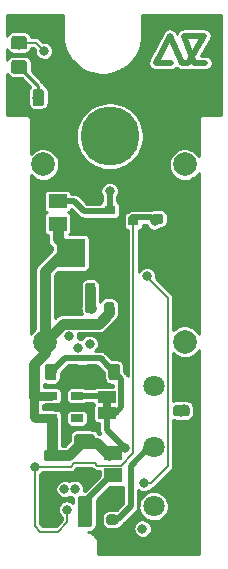
<source format=gtl>
G04 #@! TF.GenerationSoftware,KiCad,Pcbnew,(5.99.0-168-g9990dcc1b)*
G04 #@! TF.CreationDate,2019-12-17T14:25:05+03:00*
G04 #@! TF.ProjectId,SmartPartsIONBoard,536d6172-7450-4617-9274-73494f4e426f,rev?*
G04 #@! TF.SameCoordinates,Original*
G04 #@! TF.FileFunction,Copper,L1,Top*
G04 #@! TF.FilePolarity,Positive*
%FSLAX46Y46*%
G04 Gerber Fmt 4.6, Leading zero omitted, Abs format (unit mm)*
G04 Created by KiCad (PCBNEW (5.99.0-168-g9990dcc1b)) date 2019-12-17 14:25:05*
%MOMM*%
%LPD*%
G04 APERTURE LIST*
%ADD10C,0.500000*%
%ADD11C,0.100000*%
%ADD12R,1.060000X0.650000*%
%ADD13C,0.975000*%
%ADD14C,2.400000*%
%ADD15R,2.400000X2.400000*%
%ADD16R,0.900000X0.800000*%
%ADD17C,1.150000*%
%ADD18R,1.500000X1.000000*%
%ADD19C,5.000000*%
%ADD20C,2.000000*%
%ADD21C,1.800000*%
%ADD22C,0.875000*%
%ADD23R,1.500000X1.200000*%
%ADD24C,1.250000*%
%ADD25C,0.800000*%
%ADD26C,0.900000*%
%ADD27C,0.800000*%
%ADD28C,0.250000*%
%ADD29C,0.200000*%
%ADD30C,0.254000*%
G04 APERTURE END LIST*
D10*
X77080000Y-32120000D02*
X75380000Y-32120000D01*
X74280000Y-34420000D02*
X72980000Y-34420000D01*
X75180000Y-34420000D02*
X75680000Y-34420000D01*
X76180000Y-34420000D02*
X77180000Y-34420000D01*
X75680000Y-34420000D02*
X77080000Y-32120000D01*
X74180000Y-32120000D02*
X75180000Y-34420000D01*
X75380000Y-32120000D02*
X76180000Y-34420000D01*
X72980000Y-34420000D02*
X74180000Y-32120000D01*
D11*
G36*
X69110000Y-63630000D02*
G01*
X68510000Y-63630000D01*
X68510000Y-63130000D01*
X69110000Y-63130000D01*
X69110000Y-63630000D01*
X69110000Y-63630000D01*
G37*
X69110000Y-63630000D02*
X68510000Y-63630000D01*
X68510000Y-63130000D01*
X69110000Y-63130000D01*
X69110000Y-63630000D01*
D12*
X66310000Y-62600000D03*
X66310000Y-64500000D03*
X64110000Y-64500000D03*
X64110000Y-63550000D03*
X64110000Y-62600000D03*
D11*
G36*
X75699529Y-65258554D02*
G01*
X75778607Y-65311393D01*
X75831446Y-65390471D01*
X75850000Y-65483750D01*
X75850000Y-65971250D01*
X75831446Y-66064529D01*
X75778607Y-66143607D01*
X75699529Y-66196446D01*
X75606250Y-66215000D01*
X74693750Y-66215000D01*
X74600471Y-66196446D01*
X74521393Y-66143607D01*
X74468554Y-66064529D01*
X74450000Y-65971250D01*
X74450000Y-65483750D01*
X74468554Y-65390471D01*
X74521393Y-65311393D01*
X74600471Y-65258554D01*
X74693750Y-65240000D01*
X75606250Y-65240000D01*
X75699529Y-65258554D01*
X75699529Y-65258554D01*
G37*
D13*
X75150000Y-65727500D03*
D11*
G36*
X75699529Y-63383554D02*
G01*
X75778607Y-63436393D01*
X75831446Y-63515471D01*
X75850000Y-63608750D01*
X75850000Y-64096250D01*
X75831446Y-64189529D01*
X75778607Y-64268607D01*
X75699529Y-64321446D01*
X75606250Y-64340000D01*
X74693750Y-64340000D01*
X74600471Y-64321446D01*
X74521393Y-64268607D01*
X74468554Y-64189529D01*
X74450000Y-64096250D01*
X74450000Y-63608750D01*
X74468554Y-63515471D01*
X74521393Y-63436393D01*
X74600471Y-63383554D01*
X74693750Y-63365000D01*
X75606250Y-63365000D01*
X75699529Y-63383554D01*
X75699529Y-63383554D01*
G37*
D13*
X75150000Y-63852500D03*
D14*
X73300000Y-50500000D03*
D15*
X65800000Y-50500000D03*
D16*
X69080000Y-46850000D03*
X71080000Y-45900000D03*
X71080000Y-47800000D03*
D11*
G36*
X61935671Y-34194030D02*
G01*
X62016777Y-34248223D01*
X62070970Y-34329329D01*
X62090000Y-34424999D01*
X62090000Y-35075001D01*
X62070970Y-35170671D01*
X62016777Y-35251777D01*
X61935671Y-35305970D01*
X61840001Y-35325000D01*
X60939999Y-35325000D01*
X60844329Y-35305970D01*
X60763223Y-35251777D01*
X60709030Y-35170671D01*
X60690000Y-35075001D01*
X60690000Y-34424999D01*
X60709030Y-34329329D01*
X60763223Y-34248223D01*
X60844329Y-34194030D01*
X60939999Y-34175000D01*
X61840001Y-34175000D01*
X61935671Y-34194030D01*
X61935671Y-34194030D01*
G37*
D17*
X61390000Y-34750000D03*
D11*
G36*
X61935671Y-32144030D02*
G01*
X62016777Y-32198223D01*
X62070970Y-32279329D01*
X62090000Y-32374999D01*
X62090000Y-33025001D01*
X62070970Y-33120671D01*
X62016777Y-33201777D01*
X61935671Y-33255970D01*
X61840001Y-33275000D01*
X60939999Y-33275000D01*
X60844329Y-33255970D01*
X60763223Y-33201777D01*
X60709030Y-33120671D01*
X60690000Y-33025001D01*
X60690000Y-32374999D01*
X60709030Y-32279329D01*
X60763223Y-32198223D01*
X60844329Y-32144030D01*
X60939999Y-32125000D01*
X61840001Y-32125000D01*
X61935671Y-32144030D01*
X61935671Y-32144030D01*
G37*
D17*
X61390000Y-32700000D03*
D18*
X68810000Y-64030000D03*
X68810000Y-62730000D03*
D11*
G36*
X63364529Y-36668554D02*
G01*
X63443607Y-36721393D01*
X63496446Y-36800471D01*
X63515000Y-36893750D01*
X63515000Y-37806250D01*
X63496446Y-37899529D01*
X63443607Y-37978607D01*
X63364529Y-38031446D01*
X63271250Y-38050000D01*
X62783750Y-38050000D01*
X62690471Y-38031446D01*
X62611393Y-37978607D01*
X62558554Y-37899529D01*
X62540000Y-37806250D01*
X62540000Y-36893750D01*
X62558554Y-36800471D01*
X62611393Y-36721393D01*
X62690471Y-36668554D01*
X62783750Y-36650000D01*
X63271250Y-36650000D01*
X63364529Y-36668554D01*
X63364529Y-36668554D01*
G37*
D13*
X63027500Y-37350000D03*
D11*
G36*
X61489529Y-36668554D02*
G01*
X61568607Y-36721393D01*
X61621446Y-36800471D01*
X61640000Y-36893750D01*
X61640000Y-37806250D01*
X61621446Y-37899529D01*
X61568607Y-37978607D01*
X61489529Y-38031446D01*
X61396250Y-38050000D01*
X60908750Y-38050000D01*
X60815471Y-38031446D01*
X60736393Y-37978607D01*
X60683554Y-37899529D01*
X60665000Y-37806250D01*
X60665000Y-36893750D01*
X60683554Y-36800471D01*
X60736393Y-36721393D01*
X60815471Y-36668554D01*
X60908750Y-36650000D01*
X61396250Y-36650000D01*
X61489529Y-36668554D01*
X61489529Y-36668554D01*
G37*
D13*
X61152500Y-37350000D03*
D11*
G36*
X66284529Y-59898554D02*
G01*
X66363607Y-59951393D01*
X66416446Y-60030471D01*
X66435000Y-60123750D01*
X66435000Y-61036250D01*
X66416446Y-61129529D01*
X66363607Y-61208607D01*
X66284529Y-61261446D01*
X66191250Y-61280000D01*
X65703750Y-61280000D01*
X65610471Y-61261446D01*
X65531393Y-61208607D01*
X65478554Y-61129529D01*
X65460000Y-61036250D01*
X65460000Y-60123750D01*
X65478554Y-60030471D01*
X65531393Y-59951393D01*
X65610471Y-59898554D01*
X65703750Y-59880000D01*
X66191250Y-59880000D01*
X66284529Y-59898554D01*
X66284529Y-59898554D01*
G37*
D13*
X65947500Y-60580000D03*
D11*
G36*
X64409529Y-59898554D02*
G01*
X64488607Y-59951393D01*
X64541446Y-60030471D01*
X64560000Y-60123750D01*
X64560000Y-61036250D01*
X64541446Y-61129529D01*
X64488607Y-61208607D01*
X64409529Y-61261446D01*
X64316250Y-61280000D01*
X63828750Y-61280000D01*
X63735471Y-61261446D01*
X63656393Y-61208607D01*
X63603554Y-61129529D01*
X63585000Y-61036250D01*
X63585000Y-60123750D01*
X63603554Y-60030471D01*
X63656393Y-59951393D01*
X63735471Y-59898554D01*
X63828750Y-59880000D01*
X64316250Y-59880000D01*
X64409529Y-59898554D01*
X64409529Y-59898554D01*
G37*
D13*
X64072500Y-60580000D03*
D11*
G36*
X67909529Y-59898554D02*
G01*
X67988607Y-59951393D01*
X68041446Y-60030471D01*
X68060000Y-60123750D01*
X68060000Y-61036250D01*
X68041446Y-61129529D01*
X67988607Y-61208607D01*
X67909529Y-61261446D01*
X67816250Y-61280000D01*
X67328750Y-61280000D01*
X67235471Y-61261446D01*
X67156393Y-61208607D01*
X67103554Y-61129529D01*
X67085000Y-61036250D01*
X67085000Y-60123750D01*
X67103554Y-60030471D01*
X67156393Y-59951393D01*
X67235471Y-59898554D01*
X67328750Y-59880000D01*
X67816250Y-59880000D01*
X67909529Y-59898554D01*
X67909529Y-59898554D01*
G37*
D13*
X67572500Y-60580000D03*
D11*
G36*
X69784529Y-59898554D02*
G01*
X69863607Y-59951393D01*
X69916446Y-60030471D01*
X69935000Y-60123750D01*
X69935000Y-61036250D01*
X69916446Y-61129529D01*
X69863607Y-61208607D01*
X69784529Y-61261446D01*
X69691250Y-61280000D01*
X69203750Y-61280000D01*
X69110471Y-61261446D01*
X69031393Y-61208607D01*
X68978554Y-61129529D01*
X68960000Y-61036250D01*
X68960000Y-60123750D01*
X68978554Y-60030471D01*
X69031393Y-59951393D01*
X69110471Y-59898554D01*
X69203750Y-59880000D01*
X69691250Y-59880000D01*
X69784529Y-59898554D01*
X69784529Y-59898554D01*
G37*
D13*
X69447500Y-60580000D03*
D11*
G36*
X64759529Y-69048554D02*
G01*
X64838607Y-69101393D01*
X64891446Y-69180471D01*
X64910000Y-69273750D01*
X64910000Y-69761250D01*
X64891446Y-69854529D01*
X64838607Y-69933607D01*
X64759529Y-69986446D01*
X64666250Y-70005000D01*
X63753750Y-70005000D01*
X63660471Y-69986446D01*
X63581393Y-69933607D01*
X63528554Y-69854529D01*
X63510000Y-69761250D01*
X63510000Y-69273750D01*
X63528554Y-69180471D01*
X63581393Y-69101393D01*
X63660471Y-69048554D01*
X63753750Y-69030000D01*
X64666250Y-69030000D01*
X64759529Y-69048554D01*
X64759529Y-69048554D01*
G37*
D13*
X64210000Y-69517500D03*
D11*
G36*
X64759529Y-67173554D02*
G01*
X64838607Y-67226393D01*
X64891446Y-67305471D01*
X64910000Y-67398750D01*
X64910000Y-67886250D01*
X64891446Y-67979529D01*
X64838607Y-68058607D01*
X64759529Y-68111446D01*
X64666250Y-68130000D01*
X63753750Y-68130000D01*
X63660471Y-68111446D01*
X63581393Y-68058607D01*
X63528554Y-67979529D01*
X63510000Y-67886250D01*
X63510000Y-67398750D01*
X63528554Y-67305471D01*
X63581393Y-67226393D01*
X63660471Y-67173554D01*
X63753750Y-67155000D01*
X64666250Y-67155000D01*
X64759529Y-67173554D01*
X64759529Y-67173554D01*
G37*
D13*
X64210000Y-67642500D03*
D19*
X69081000Y-40620000D03*
D20*
X63600000Y-58020000D03*
X75440000Y-58020000D03*
X75440000Y-43020000D03*
X63440000Y-43020000D03*
D21*
X72790000Y-71960000D03*
X72790000Y-61760000D03*
X72790000Y-66960000D03*
D11*
G36*
X69619962Y-71081651D02*
G01*
X69690930Y-71129070D01*
X69738349Y-71200038D01*
X69755000Y-71283750D01*
X69755000Y-71721250D01*
X69738349Y-71804962D01*
X69690930Y-71875930D01*
X69619962Y-71923349D01*
X69536250Y-71940000D01*
X69023750Y-71940000D01*
X68940038Y-71923349D01*
X68869070Y-71875930D01*
X68821651Y-71804962D01*
X68805000Y-71721250D01*
X68805000Y-71283750D01*
X68821651Y-71200038D01*
X68869070Y-71129070D01*
X68940038Y-71081651D01*
X69023750Y-71065000D01*
X69536250Y-71065000D01*
X69619962Y-71081651D01*
X69619962Y-71081651D01*
G37*
D22*
X69280000Y-71502500D03*
D11*
G36*
X69619962Y-72656651D02*
G01*
X69690930Y-72704070D01*
X69738349Y-72775038D01*
X69755000Y-72858750D01*
X69755000Y-73296250D01*
X69738349Y-73379962D01*
X69690930Y-73450930D01*
X69619962Y-73498349D01*
X69536250Y-73515000D01*
X69023750Y-73515000D01*
X68940038Y-73498349D01*
X68869070Y-73450930D01*
X68821651Y-73379962D01*
X68805000Y-73296250D01*
X68805000Y-72858750D01*
X68821651Y-72775038D01*
X68869070Y-72704070D01*
X68940038Y-72656651D01*
X69023750Y-72640000D01*
X69536250Y-72640000D01*
X69619962Y-72656651D01*
X69619962Y-72656651D01*
G37*
D22*
X69280000Y-73077500D03*
D11*
G36*
X69309962Y-53031651D02*
G01*
X69380930Y-53079070D01*
X69428349Y-53150038D01*
X69445000Y-53233750D01*
X69445000Y-53746250D01*
X69428349Y-53829962D01*
X69380930Y-53900930D01*
X69309962Y-53948349D01*
X69226250Y-53965000D01*
X68788750Y-53965000D01*
X68705038Y-53948349D01*
X68634070Y-53900930D01*
X68586651Y-53829962D01*
X68570000Y-53746250D01*
X68570000Y-53233750D01*
X68586651Y-53150038D01*
X68634070Y-53079070D01*
X68705038Y-53031651D01*
X68788750Y-53015000D01*
X69226250Y-53015000D01*
X69309962Y-53031651D01*
X69309962Y-53031651D01*
G37*
D22*
X69007500Y-53490000D03*
D11*
G36*
X67734962Y-53031651D02*
G01*
X67805930Y-53079070D01*
X67853349Y-53150038D01*
X67870000Y-53233750D01*
X67870000Y-53746250D01*
X67853349Y-53829962D01*
X67805930Y-53900930D01*
X67734962Y-53948349D01*
X67651250Y-53965000D01*
X67213750Y-53965000D01*
X67130038Y-53948349D01*
X67059070Y-53900930D01*
X67011651Y-53829962D01*
X66995000Y-53746250D01*
X66995000Y-53233750D01*
X67011651Y-53150038D01*
X67059070Y-53079070D01*
X67130038Y-53031651D01*
X67213750Y-53015000D01*
X67651250Y-53015000D01*
X67734962Y-53031651D01*
X67734962Y-53031651D01*
G37*
D22*
X67432500Y-53490000D03*
D11*
G36*
X67754962Y-54671651D02*
G01*
X67825930Y-54719070D01*
X67873349Y-54790038D01*
X67890000Y-54873750D01*
X67890000Y-55386250D01*
X67873349Y-55469962D01*
X67825930Y-55540930D01*
X67754962Y-55588349D01*
X67671250Y-55605000D01*
X67233750Y-55605000D01*
X67150038Y-55588349D01*
X67079070Y-55540930D01*
X67031651Y-55469962D01*
X67015000Y-55386250D01*
X67015000Y-54873750D01*
X67031651Y-54790038D01*
X67079070Y-54719070D01*
X67150038Y-54671651D01*
X67233750Y-54655000D01*
X67671250Y-54655000D01*
X67754962Y-54671651D01*
X67754962Y-54671651D01*
G37*
D22*
X67452500Y-55130000D03*
D11*
G36*
X69329962Y-54671651D02*
G01*
X69400930Y-54719070D01*
X69448349Y-54790038D01*
X69465000Y-54873750D01*
X69465000Y-55386250D01*
X69448349Y-55469962D01*
X69400930Y-55540930D01*
X69329962Y-55588349D01*
X69246250Y-55605000D01*
X68808750Y-55605000D01*
X68725038Y-55588349D01*
X68654070Y-55540930D01*
X68606651Y-55469962D01*
X68590000Y-55386250D01*
X68590000Y-54873750D01*
X68606651Y-54790038D01*
X68654070Y-54719070D01*
X68725038Y-54671651D01*
X68808750Y-54655000D01*
X69246250Y-54655000D01*
X69329962Y-54671651D01*
X69329962Y-54671651D01*
G37*
D22*
X69027500Y-55130000D03*
D11*
G36*
X73469962Y-45614151D02*
G01*
X73540930Y-45661570D01*
X73588349Y-45732538D01*
X73605000Y-45816250D01*
X73605000Y-46253750D01*
X73588349Y-46337462D01*
X73540930Y-46408430D01*
X73469962Y-46455849D01*
X73386250Y-46472500D01*
X72873750Y-46472500D01*
X72790038Y-46455849D01*
X72719070Y-46408430D01*
X72671651Y-46337462D01*
X72655000Y-46253750D01*
X72655000Y-45816250D01*
X72671651Y-45732538D01*
X72719070Y-45661570D01*
X72790038Y-45614151D01*
X72873750Y-45597500D01*
X73386250Y-45597500D01*
X73469962Y-45614151D01*
X73469962Y-45614151D01*
G37*
D22*
X73130000Y-46035000D03*
D11*
G36*
X73469962Y-47189151D02*
G01*
X73540930Y-47236570D01*
X73588349Y-47307538D01*
X73605000Y-47391250D01*
X73605000Y-47828750D01*
X73588349Y-47912462D01*
X73540930Y-47983430D01*
X73469962Y-48030849D01*
X73386250Y-48047500D01*
X72873750Y-48047500D01*
X72790038Y-48030849D01*
X72719070Y-47983430D01*
X72671651Y-47912462D01*
X72655000Y-47828750D01*
X72655000Y-47391250D01*
X72671651Y-47307538D01*
X72719070Y-47236570D01*
X72790038Y-47189151D01*
X72873750Y-47172500D01*
X73386250Y-47172500D01*
X73469962Y-47189151D01*
X73469962Y-47189151D01*
G37*
D22*
X73130000Y-47610000D03*
D23*
X64660000Y-48030000D03*
X64660000Y-46130000D03*
X69350000Y-67440000D03*
X69350000Y-69340000D03*
D11*
G36*
X67660671Y-68654030D02*
G01*
X67741777Y-68708223D01*
X67795970Y-68789329D01*
X67815000Y-68885000D01*
X67815000Y-69635000D01*
X67795970Y-69730671D01*
X67741777Y-69811777D01*
X67660671Y-69865970D01*
X67565000Y-69885000D01*
X66315000Y-69885000D01*
X66219329Y-69865970D01*
X66138223Y-69811777D01*
X66084030Y-69730671D01*
X66065000Y-69635000D01*
X66065000Y-68885000D01*
X66084030Y-68789329D01*
X66138223Y-68708223D01*
X66219329Y-68654030D01*
X66315000Y-68635000D01*
X67565000Y-68635000D01*
X67660671Y-68654030D01*
X67660671Y-68654030D01*
G37*
D24*
X66940000Y-69260000D03*
D11*
G36*
X67660671Y-65854030D02*
G01*
X67741777Y-65908223D01*
X67795970Y-65989329D01*
X67815000Y-66085000D01*
X67815000Y-66835000D01*
X67795970Y-66930671D01*
X67741777Y-67011777D01*
X67660671Y-67065970D01*
X67565000Y-67085000D01*
X66315000Y-67085000D01*
X66219329Y-67065970D01*
X66138223Y-67011777D01*
X66084030Y-66930671D01*
X66065000Y-66835000D01*
X66065000Y-66085000D01*
X66084030Y-65989329D01*
X66138223Y-65908223D01*
X66219329Y-65854030D01*
X66315000Y-65835000D01*
X67565000Y-65835000D01*
X67660671Y-65854030D01*
X67660671Y-65854030D01*
G37*
D24*
X66940000Y-66460000D03*
D11*
G36*
X64650671Y-71094030D02*
G01*
X64731777Y-71148223D01*
X64785970Y-71229329D01*
X64805000Y-71325000D01*
X64805000Y-73475000D01*
X64785970Y-73570671D01*
X64731777Y-73651777D01*
X64650671Y-73705970D01*
X64555000Y-73725000D01*
X63805000Y-73725000D01*
X63709329Y-73705970D01*
X63628223Y-73651777D01*
X63574030Y-73570671D01*
X63555000Y-73475000D01*
X63555000Y-71325000D01*
X63574030Y-71229329D01*
X63628223Y-71148223D01*
X63709329Y-71094030D01*
X63805000Y-71075000D01*
X64555000Y-71075000D01*
X64650671Y-71094030D01*
X64650671Y-71094030D01*
G37*
D24*
X64180000Y-72400000D03*
D11*
G36*
X67450671Y-71094030D02*
G01*
X67531777Y-71148223D01*
X67585970Y-71229329D01*
X67605000Y-71325000D01*
X67605000Y-73475000D01*
X67585970Y-73570671D01*
X67531777Y-73651777D01*
X67450671Y-73705970D01*
X67355000Y-73725000D01*
X66605000Y-73725000D01*
X66509329Y-73705970D01*
X66428223Y-73651777D01*
X66374030Y-73570671D01*
X66355000Y-73475000D01*
X66355000Y-71325000D01*
X66374030Y-71229329D01*
X66428223Y-71148223D01*
X66509329Y-71094030D01*
X66605000Y-71075000D01*
X67355000Y-71075000D01*
X67450671Y-71094030D01*
X67450671Y-71094030D01*
G37*
D24*
X66980000Y-72400000D03*
D25*
X69150000Y-53510000D03*
X67710000Y-60650000D03*
X69080000Y-45270000D03*
X72907347Y-47832653D03*
X67452500Y-55130000D03*
X69170000Y-73120000D03*
X63519840Y-33395160D03*
X69447500Y-60580000D03*
X61410000Y-37040000D03*
X65480000Y-72250000D03*
X64060000Y-60640000D03*
X70380000Y-67058827D03*
X75360000Y-63762500D03*
X69300000Y-71470000D03*
X68850000Y-58750000D03*
X62739990Y-68610000D03*
X64060000Y-73350000D03*
X68730000Y-74440000D03*
X71970000Y-70000000D03*
X72220000Y-52500000D03*
X67432500Y-53490000D03*
X75360000Y-65637500D03*
X67600000Y-65210000D03*
X71850000Y-73860000D03*
X65640000Y-57550000D03*
X66370000Y-58530000D03*
X67370000Y-58200000D03*
X65240000Y-70510000D03*
X66130000Y-70480000D03*
D10*
X73130000Y-46035000D02*
X71215000Y-46035000D01*
X71215000Y-46035000D02*
X71080000Y-45900000D01*
X71004560Y-47497700D02*
X72572394Y-47497700D01*
X69080000Y-45270000D02*
X69080000Y-46774560D01*
X69080000Y-46774560D02*
X69155440Y-46850000D01*
X72572394Y-47497700D02*
X72907347Y-47832653D01*
X72962700Y-46202300D02*
X73130000Y-46035000D01*
X64660000Y-46130000D02*
X66060000Y-46130000D01*
X66920000Y-46990000D02*
X69015440Y-46990000D01*
X66060000Y-46130000D02*
X66920000Y-46990000D01*
X69015440Y-46990000D02*
X69155440Y-46850000D01*
D26*
X67432500Y-53490000D02*
X67432500Y-55110000D01*
X67432500Y-55110000D02*
X67452500Y-55130000D01*
X65800000Y-50500000D02*
X65120000Y-50500000D01*
X63600000Y-52020000D02*
X63600000Y-58020000D01*
X65120000Y-50500000D02*
X63600000Y-52020000D01*
X64660000Y-48030000D02*
X64660000Y-49360000D01*
X64660000Y-49360000D02*
X65800000Y-50500000D01*
X63600000Y-58020000D02*
X63600000Y-58990000D01*
X63600000Y-58990000D02*
X62700010Y-59889990D01*
X62700010Y-59889990D02*
X62700010Y-62729990D01*
D10*
X70860000Y-71972500D02*
X70860000Y-68520000D01*
X70860000Y-68520000D02*
X72330000Y-67050000D01*
X69280000Y-73077500D02*
X69755000Y-73077500D01*
X69755000Y-73077500D02*
X70860000Y-71972500D01*
X66310000Y-62600000D02*
X68680000Y-62600000D01*
X68680000Y-62600000D02*
X68810000Y-62730000D01*
D27*
X62780000Y-62600000D02*
X64110000Y-62600000D01*
X64110000Y-64500000D02*
X62780000Y-64500000D01*
X62780000Y-64500000D02*
X62650010Y-64370010D01*
D26*
X64210000Y-67642500D02*
X64210000Y-64600000D01*
X64210000Y-64600000D02*
X64192001Y-64582001D01*
X66682500Y-69517500D02*
X66940000Y-69260000D01*
X66980000Y-72400000D02*
X66980000Y-71550000D01*
D10*
X66980000Y-71550000D02*
X69020000Y-69510000D01*
D26*
X66620000Y-66620000D02*
X68030000Y-66620000D01*
X68030000Y-66620000D02*
X69020000Y-67610000D01*
X64210000Y-67642500D02*
X65597500Y-67642500D01*
X65597500Y-67642500D02*
X66620000Y-66620000D01*
X64180000Y-69547500D02*
X64210000Y-69517500D01*
D28*
X63027500Y-36387500D02*
X63027500Y-37350000D01*
X61390000Y-34750000D02*
X63027500Y-36387500D01*
X73017700Y-47497700D02*
X73130000Y-47610000D01*
X67452500Y-53510000D02*
X67432500Y-53490000D01*
D29*
X61390000Y-32700000D02*
X62824680Y-32700000D01*
X63119841Y-32995161D02*
X63519840Y-33395160D01*
X62824680Y-32700000D02*
X63119841Y-32995161D01*
D10*
X69929023Y-61061523D02*
X69447500Y-60580000D01*
X70010001Y-61142501D02*
X69929023Y-61061523D01*
X70010001Y-63590001D02*
X70010001Y-61142501D01*
X69570002Y-64030000D02*
X70010001Y-63590001D01*
X68810000Y-64030000D02*
X69570002Y-64030000D01*
X68810000Y-65488827D02*
X70380000Y-67058827D01*
X68810000Y-64030000D02*
X68810000Y-65488827D01*
X68965977Y-60098477D02*
X69447500Y-60580000D01*
X68297490Y-59429990D02*
X68965977Y-60098477D01*
X65270010Y-59429990D02*
X68297490Y-59429990D01*
X64060000Y-60640000D02*
X65270010Y-59429990D01*
D29*
X65480000Y-73324964D02*
X64703021Y-74101943D01*
X66090046Y-68334990D02*
X65815036Y-68610000D01*
X65815036Y-68610000D02*
X63305675Y-68610000D01*
X70010001Y-68510001D02*
X68040655Y-68510001D01*
X68040655Y-68510001D02*
X67865644Y-68334990D01*
X71080000Y-67440002D02*
X70010001Y-68510001D01*
X71080000Y-47800000D02*
X71080000Y-67440002D01*
X63305675Y-68610000D02*
X62739990Y-68610000D01*
X65480000Y-72250000D02*
X65480000Y-73324964D01*
X67865644Y-68334990D02*
X66090046Y-68334990D01*
X64703021Y-74101943D02*
X63201943Y-74101943D01*
X62739990Y-73639990D02*
X62739990Y-69175685D01*
X63201943Y-74101943D02*
X62739990Y-73639990D01*
X62739990Y-69175685D02*
X62739990Y-68610000D01*
D26*
X64180000Y-69760000D02*
X64180000Y-69547500D01*
D27*
X62650010Y-64370010D02*
X62650010Y-62729990D01*
X62650010Y-62729990D02*
X62780000Y-62600000D01*
D29*
X73990001Y-68545684D02*
X73990001Y-54310001D01*
X72535685Y-70000000D02*
X73990001Y-68545684D01*
X71970000Y-70000000D02*
X72535685Y-70000000D01*
X72220000Y-52540000D02*
X72220000Y-52500000D01*
X73990001Y-54310001D02*
X72220000Y-52540000D01*
D26*
X65120001Y-56499999D02*
X68132501Y-56499999D01*
X68132501Y-56499999D02*
X69027500Y-55605000D01*
X63600000Y-58020000D02*
X65120001Y-56499999D01*
X69027500Y-55605000D02*
X69027500Y-55130000D01*
D30*
G36*
X76634000Y-75994000D02*
G01*
X68096000Y-75994000D01*
X68096000Y-75196053D01*
X68100958Y-75170434D01*
X68100791Y-75138288D01*
X68098460Y-75126876D01*
X68099221Y-75115253D01*
X68074027Y-74923894D01*
X68063247Y-74892137D01*
X68057395Y-74859118D01*
X67987283Y-74679291D01*
X67969239Y-74651020D01*
X67955678Y-74620348D01*
X67844696Y-74462437D01*
X67820432Y-74439291D01*
X67799946Y-74412737D01*
X67654500Y-74285855D01*
X67625411Y-74269162D01*
X67599184Y-74248263D01*
X67427672Y-74159739D01*
X67395440Y-74150466D01*
X67364986Y-74136427D01*
X67233490Y-74104857D01*
X67367732Y-74104857D01*
X67664594Y-74025313D01*
X67838086Y-73879737D01*
X67948466Y-73688551D01*
X67984857Y-73482168D01*
X67984857Y-71430439D01*
X69094398Y-70320898D01*
X70112410Y-70320898D01*
X70234000Y-70296712D01*
X70234000Y-71713202D01*
X69665601Y-72281602D01*
X69543900Y-72260143D01*
X69010536Y-72260143D01*
X68729541Y-72335435D01*
X68564490Y-72473928D01*
X68459620Y-72655570D01*
X68425143Y-72851100D01*
X68425143Y-72876265D01*
X68421977Y-72882714D01*
X68385273Y-73113152D01*
X68417949Y-73344196D01*
X68456383Y-73426059D01*
X68500435Y-73590460D01*
X68638928Y-73755510D01*
X68820570Y-73860380D01*
X69016100Y-73894857D01*
X69072914Y-73894857D01*
X69101604Y-73901771D01*
X69213047Y-73894857D01*
X69549464Y-73894857D01*
X69705110Y-73853152D01*
X71065273Y-73853152D01*
X71097949Y-74084196D01*
X71197118Y-74295418D01*
X71354010Y-74468143D01*
X71554755Y-74587100D01*
X71781604Y-74641771D01*
X72014500Y-74627322D01*
X72232851Y-74545031D01*
X72417354Y-74402175D01*
X72551694Y-74211382D01*
X72624151Y-73989042D01*
X72626286Y-73744490D01*
X72557719Y-73520917D01*
X72426729Y-73327810D01*
X72244749Y-73181755D01*
X72027866Y-73095666D01*
X71795258Y-73077154D01*
X71567489Y-73127858D01*
X71364700Y-73243293D01*
X71204817Y-73413254D01*
X71101977Y-73622713D01*
X71065273Y-73853152D01*
X69705110Y-73853152D01*
X69830460Y-73819565D01*
X69995510Y-73681071D01*
X70009125Y-73657489D01*
X70023640Y-73653600D01*
X70091660Y-73605971D01*
X70163592Y-73564442D01*
X70216985Y-73500811D01*
X71283325Y-72434472D01*
X71346941Y-72381093D01*
X71388466Y-72309170D01*
X71436101Y-72241140D01*
X71443338Y-72214128D01*
X71457322Y-72189908D01*
X71471744Y-72108117D01*
X71489274Y-72042695D01*
X71511214Y-72042695D01*
X71547697Y-72274351D01*
X71625786Y-72495479D01*
X71742864Y-72698674D01*
X71895011Y-72877129D01*
X72077131Y-73024871D01*
X72283125Y-73136950D01*
X72506095Y-73209611D01*
X72738573Y-73240425D01*
X72972773Y-73228355D01*
X73200851Y-73173809D01*
X73415171Y-73078612D01*
X73608554Y-72945953D01*
X73774523Y-72780272D01*
X73907519Y-72587123D01*
X74003090Y-72372970D01*
X74058425Y-72143368D01*
X74066485Y-71845496D01*
X74023648Y-71613238D01*
X73939798Y-71394229D01*
X73817441Y-71194169D01*
X73660674Y-71019756D01*
X73474749Y-70876833D01*
X73265891Y-70770186D01*
X73041096Y-70703385D01*
X72807892Y-70678669D01*
X72574088Y-70696863D01*
X72347515Y-70757362D01*
X72135762Y-70858136D01*
X71945918Y-70995812D01*
X71784343Y-71165780D01*
X71656447Y-71362346D01*
X71566515Y-71578927D01*
X71517557Y-71808270D01*
X71511214Y-72042695D01*
X71489274Y-72042695D01*
X71493238Y-72027902D01*
X71486000Y-71945167D01*
X71486000Y-70615248D01*
X71674755Y-70727100D01*
X71901604Y-70781771D01*
X72134500Y-70767322D01*
X72352851Y-70685031D01*
X72537354Y-70542175D01*
X72581787Y-70479070D01*
X72618782Y-70481009D01*
X72659314Y-70460356D01*
X72733616Y-70444563D01*
X72897324Y-70325622D01*
X72916581Y-70292268D01*
X74317785Y-68891066D01*
X74388883Y-68827051D01*
X74402941Y-68783785D01*
X74444312Y-68720079D01*
X74475967Y-68520216D01*
X74466001Y-68483021D01*
X74466001Y-64674455D01*
X74482272Y-64683849D01*
X74686486Y-64719857D01*
X75619078Y-64719857D01*
X75912767Y-64641164D01*
X76084570Y-64497002D01*
X76193849Y-64307728D01*
X76229857Y-64103514D01*
X76229857Y-63595922D01*
X76151164Y-63302234D01*
X76007003Y-63130431D01*
X75817728Y-63021151D01*
X75613514Y-62985143D01*
X75374229Y-62985143D01*
X75305258Y-62979654D01*
X75280603Y-62985143D01*
X74680922Y-62985143D01*
X74466001Y-63042731D01*
X74466001Y-58992164D01*
X74542753Y-59070541D01*
X74742969Y-59212826D01*
X74965216Y-59317408D01*
X75202471Y-59380980D01*
X75447233Y-59401534D01*
X75691768Y-59378419D01*
X75928344Y-59312365D01*
X76149484Y-59205462D01*
X76348198Y-59061087D01*
X76518206Y-58883806D01*
X76634000Y-58709521D01*
X76634000Y-75994000D01*
X76634000Y-75994000D01*
G37*
X76634000Y-75994000D02*
X68096000Y-75994000D01*
X68096000Y-75196053D01*
X68100958Y-75170434D01*
X68100791Y-75138288D01*
X68098460Y-75126876D01*
X68099221Y-75115253D01*
X68074027Y-74923894D01*
X68063247Y-74892137D01*
X68057395Y-74859118D01*
X67987283Y-74679291D01*
X67969239Y-74651020D01*
X67955678Y-74620348D01*
X67844696Y-74462437D01*
X67820432Y-74439291D01*
X67799946Y-74412737D01*
X67654500Y-74285855D01*
X67625411Y-74269162D01*
X67599184Y-74248263D01*
X67427672Y-74159739D01*
X67395440Y-74150466D01*
X67364986Y-74136427D01*
X67233490Y-74104857D01*
X67367732Y-74104857D01*
X67664594Y-74025313D01*
X67838086Y-73879737D01*
X67948466Y-73688551D01*
X67984857Y-73482168D01*
X67984857Y-71430439D01*
X69094398Y-70320898D01*
X70112410Y-70320898D01*
X70234000Y-70296712D01*
X70234000Y-71713202D01*
X69665601Y-72281602D01*
X69543900Y-72260143D01*
X69010536Y-72260143D01*
X68729541Y-72335435D01*
X68564490Y-72473928D01*
X68459620Y-72655570D01*
X68425143Y-72851100D01*
X68425143Y-72876265D01*
X68421977Y-72882714D01*
X68385273Y-73113152D01*
X68417949Y-73344196D01*
X68456383Y-73426059D01*
X68500435Y-73590460D01*
X68638928Y-73755510D01*
X68820570Y-73860380D01*
X69016100Y-73894857D01*
X69072914Y-73894857D01*
X69101604Y-73901771D01*
X69213047Y-73894857D01*
X69549464Y-73894857D01*
X69705110Y-73853152D01*
X71065273Y-73853152D01*
X71097949Y-74084196D01*
X71197118Y-74295418D01*
X71354010Y-74468143D01*
X71554755Y-74587100D01*
X71781604Y-74641771D01*
X72014500Y-74627322D01*
X72232851Y-74545031D01*
X72417354Y-74402175D01*
X72551694Y-74211382D01*
X72624151Y-73989042D01*
X72626286Y-73744490D01*
X72557719Y-73520917D01*
X72426729Y-73327810D01*
X72244749Y-73181755D01*
X72027866Y-73095666D01*
X71795258Y-73077154D01*
X71567489Y-73127858D01*
X71364700Y-73243293D01*
X71204817Y-73413254D01*
X71101977Y-73622713D01*
X71065273Y-73853152D01*
X69705110Y-73853152D01*
X69830460Y-73819565D01*
X69995510Y-73681071D01*
X70009125Y-73657489D01*
X70023640Y-73653600D01*
X70091660Y-73605971D01*
X70163592Y-73564442D01*
X70216985Y-73500811D01*
X71283325Y-72434472D01*
X71346941Y-72381093D01*
X71388466Y-72309170D01*
X71436101Y-72241140D01*
X71443338Y-72214128D01*
X71457322Y-72189908D01*
X71471744Y-72108117D01*
X71489274Y-72042695D01*
X71511214Y-72042695D01*
X71547697Y-72274351D01*
X71625786Y-72495479D01*
X71742864Y-72698674D01*
X71895011Y-72877129D01*
X72077131Y-73024871D01*
X72283125Y-73136950D01*
X72506095Y-73209611D01*
X72738573Y-73240425D01*
X72972773Y-73228355D01*
X73200851Y-73173809D01*
X73415171Y-73078612D01*
X73608554Y-72945953D01*
X73774523Y-72780272D01*
X73907519Y-72587123D01*
X74003090Y-72372970D01*
X74058425Y-72143368D01*
X74066485Y-71845496D01*
X74023648Y-71613238D01*
X73939798Y-71394229D01*
X73817441Y-71194169D01*
X73660674Y-71019756D01*
X73474749Y-70876833D01*
X73265891Y-70770186D01*
X73041096Y-70703385D01*
X72807892Y-70678669D01*
X72574088Y-70696863D01*
X72347515Y-70757362D01*
X72135762Y-70858136D01*
X71945918Y-70995812D01*
X71784343Y-71165780D01*
X71656447Y-71362346D01*
X71566515Y-71578927D01*
X71517557Y-71808270D01*
X71511214Y-72042695D01*
X71489274Y-72042695D01*
X71493238Y-72027902D01*
X71486000Y-71945167D01*
X71486000Y-70615248D01*
X71674755Y-70727100D01*
X71901604Y-70781771D01*
X72134500Y-70767322D01*
X72352851Y-70685031D01*
X72537354Y-70542175D01*
X72581787Y-70479070D01*
X72618782Y-70481009D01*
X72659314Y-70460356D01*
X72733616Y-70444563D01*
X72897324Y-70325622D01*
X72916581Y-70292268D01*
X74317785Y-68891066D01*
X74388883Y-68827051D01*
X74402941Y-68783785D01*
X74444312Y-68720079D01*
X74475967Y-68520216D01*
X74466001Y-68483021D01*
X74466001Y-64674455D01*
X74482272Y-64683849D01*
X74686486Y-64719857D01*
X75619078Y-64719857D01*
X75912767Y-64641164D01*
X76084570Y-64497002D01*
X76193849Y-64307728D01*
X76229857Y-64103514D01*
X76229857Y-63595922D01*
X76151164Y-63302234D01*
X76007003Y-63130431D01*
X75817728Y-63021151D01*
X75613514Y-62985143D01*
X75374229Y-62985143D01*
X75305258Y-62979654D01*
X75280603Y-62985143D01*
X74680922Y-62985143D01*
X74466001Y-63042731D01*
X74466001Y-58992164D01*
X74542753Y-59070541D01*
X74742969Y-59212826D01*
X74965216Y-59317408D01*
X75202471Y-59380980D01*
X75447233Y-59401534D01*
X75691768Y-59378419D01*
X75928344Y-59312365D01*
X76149484Y-59205462D01*
X76348198Y-59061087D01*
X76518206Y-58883806D01*
X76634000Y-58709521D01*
X76634000Y-75994000D01*
G36*
X67695242Y-68837752D02*
G01*
X67759289Y-68908884D01*
X67802558Y-68922943D01*
X67866261Y-68964312D01*
X68066123Y-68995967D01*
X68103318Y-68986001D01*
X68219102Y-68986001D01*
X68219102Y-69425602D01*
X66949561Y-70695143D01*
X66876092Y-70695143D01*
X66904151Y-70609042D01*
X66906286Y-70364490D01*
X66837719Y-70140917D01*
X66706729Y-69947810D01*
X66524749Y-69801755D01*
X66307866Y-69715666D01*
X66075258Y-69697154D01*
X65847489Y-69747858D01*
X65661868Y-69853520D01*
X65634749Y-69831755D01*
X65417866Y-69745666D01*
X65185258Y-69727154D01*
X64957489Y-69777858D01*
X64754700Y-69893293D01*
X64594817Y-70063254D01*
X64491977Y-70272713D01*
X64455273Y-70503152D01*
X64487949Y-70734196D01*
X64587118Y-70945418D01*
X64744010Y-71118143D01*
X64944755Y-71237100D01*
X65171604Y-71291771D01*
X65404500Y-71277322D01*
X65622851Y-71195031D01*
X65705888Y-71130737D01*
X65834755Y-71207100D01*
X65988149Y-71244068D01*
X65975143Y-71317832D01*
X65975143Y-71652330D01*
X65874749Y-71571755D01*
X65657866Y-71485666D01*
X65425258Y-71467154D01*
X65197489Y-71517858D01*
X64994700Y-71633293D01*
X64834817Y-71803254D01*
X64731977Y-72012713D01*
X64695273Y-72243152D01*
X64727949Y-72474196D01*
X64827118Y-72685418D01*
X64984010Y-72858143D01*
X65004001Y-72869989D01*
X65004001Y-73127797D01*
X64505856Y-73625943D01*
X63399107Y-73625943D01*
X63215990Y-73442826D01*
X63215990Y-69222908D01*
X63307344Y-69152174D01*
X63353938Y-69086000D01*
X65802581Y-69086000D01*
X65898133Y-69091009D01*
X65938665Y-69070356D01*
X66012967Y-69054563D01*
X66176674Y-68935623D01*
X66195933Y-68902267D01*
X66287210Y-68810990D01*
X67668480Y-68810990D01*
X67695242Y-68837752D01*
X67695242Y-68837752D01*
G37*
X67695242Y-68837752D02*
X67759289Y-68908884D01*
X67802558Y-68922943D01*
X67866261Y-68964312D01*
X68066123Y-68995967D01*
X68103318Y-68986001D01*
X68219102Y-68986001D01*
X68219102Y-69425602D01*
X66949561Y-70695143D01*
X66876092Y-70695143D01*
X66904151Y-70609042D01*
X66906286Y-70364490D01*
X66837719Y-70140917D01*
X66706729Y-69947810D01*
X66524749Y-69801755D01*
X66307866Y-69715666D01*
X66075258Y-69697154D01*
X65847489Y-69747858D01*
X65661868Y-69853520D01*
X65634749Y-69831755D01*
X65417866Y-69745666D01*
X65185258Y-69727154D01*
X64957489Y-69777858D01*
X64754700Y-69893293D01*
X64594817Y-70063254D01*
X64491977Y-70272713D01*
X64455273Y-70503152D01*
X64487949Y-70734196D01*
X64587118Y-70945418D01*
X64744010Y-71118143D01*
X64944755Y-71237100D01*
X65171604Y-71291771D01*
X65404500Y-71277322D01*
X65622851Y-71195031D01*
X65705888Y-71130737D01*
X65834755Y-71207100D01*
X65988149Y-71244068D01*
X65975143Y-71317832D01*
X65975143Y-71652330D01*
X65874749Y-71571755D01*
X65657866Y-71485666D01*
X65425258Y-71467154D01*
X65197489Y-71517858D01*
X64994700Y-71633293D01*
X64834817Y-71803254D01*
X64731977Y-72012713D01*
X64695273Y-72243152D01*
X64727949Y-72474196D01*
X64827118Y-72685418D01*
X64984010Y-72858143D01*
X65004001Y-72869989D01*
X65004001Y-73127797D01*
X64505856Y-73625943D01*
X63399107Y-73625943D01*
X63215990Y-73442826D01*
X63215990Y-69222908D01*
X63307344Y-69152174D01*
X63353938Y-69086000D01*
X65802581Y-69086000D01*
X65898133Y-69091009D01*
X65938665Y-69070356D01*
X66012967Y-69054563D01*
X66176674Y-68935623D01*
X66195933Y-68902267D01*
X66287210Y-68810990D01*
X67668480Y-68810990D01*
X67695242Y-68837752D01*
G36*
X68563080Y-60580878D02*
G01*
X68563086Y-60580882D01*
X68580143Y-60597939D01*
X68580143Y-61049078D01*
X68658836Y-61342767D01*
X68802998Y-61514570D01*
X68992272Y-61623849D01*
X69196486Y-61659857D01*
X69384002Y-61659857D01*
X69384002Y-61849102D01*
X68047590Y-61849102D01*
X67913292Y-61875816D01*
X67788919Y-61958919D01*
X67778842Y-61974000D01*
X67066304Y-61974000D01*
X66986708Y-61920816D01*
X66852410Y-61894102D01*
X65767590Y-61894102D01*
X65633292Y-61920816D01*
X65508919Y-62003919D01*
X65425816Y-62128292D01*
X65399102Y-62262590D01*
X65399102Y-62937410D01*
X65425816Y-63071708D01*
X65508919Y-63196081D01*
X65633292Y-63279184D01*
X65767590Y-63305898D01*
X66852410Y-63305898D01*
X66986708Y-63279184D01*
X67066304Y-63226000D01*
X67679102Y-63226000D01*
X67679102Y-63242410D01*
X67705816Y-63376708D01*
X67708016Y-63380000D01*
X67705816Y-63383292D01*
X67679102Y-63517590D01*
X67679102Y-64542410D01*
X67705816Y-64676708D01*
X67788919Y-64801081D01*
X67913292Y-64884184D01*
X68047590Y-64910898D01*
X68184001Y-64910898D01*
X68184001Y-65461497D01*
X68176762Y-65544228D01*
X68198259Y-65624458D01*
X68212679Y-65706234D01*
X68226661Y-65730452D01*
X68233900Y-65757467D01*
X68281533Y-65825493D01*
X68286853Y-65834708D01*
X68186523Y-65799475D01*
X68121073Y-65796903D01*
X68115313Y-65775408D01*
X67969737Y-65601914D01*
X67778551Y-65491534D01*
X67572168Y-65455143D01*
X66302268Y-65455143D01*
X66005407Y-65534687D01*
X65831914Y-65680263D01*
X65721534Y-65871449D01*
X65685143Y-66077832D01*
X65685143Y-66386716D01*
X65255360Y-66816500D01*
X65036000Y-66816500D01*
X65036000Y-64649038D01*
X65044909Y-64573763D01*
X65024934Y-64464389D01*
X65020898Y-64437543D01*
X65020898Y-64162590D01*
X65399102Y-64162590D01*
X65399102Y-64837410D01*
X65425816Y-64971708D01*
X65508919Y-65096081D01*
X65633292Y-65179184D01*
X65767590Y-65205898D01*
X66852410Y-65205898D01*
X66986708Y-65179184D01*
X67111081Y-65096081D01*
X67194184Y-64971708D01*
X67220898Y-64837410D01*
X67220898Y-64162590D01*
X67194184Y-64028292D01*
X67111081Y-63903919D01*
X66986708Y-63820816D01*
X66852410Y-63794102D01*
X65767590Y-63794102D01*
X65633292Y-63820816D01*
X65508919Y-63903919D01*
X65425816Y-64028292D01*
X65399102Y-64162590D01*
X65020898Y-64162590D01*
X64994184Y-64028292D01*
X64911081Y-63903919D01*
X64786708Y-63820816D01*
X64652410Y-63794102D01*
X64453559Y-63794102D01*
X64451056Y-63792372D01*
X64408248Y-63782449D01*
X64348524Y-63761476D01*
X64311486Y-63760021D01*
X64156083Y-63724000D01*
X63426010Y-63724000D01*
X63426010Y-63376000D01*
X64168247Y-63376000D01*
X64340751Y-63350065D01*
X64432728Y-63305898D01*
X64652410Y-63305898D01*
X64786708Y-63279184D01*
X64911081Y-63196081D01*
X64994184Y-63071708D01*
X65020898Y-62937410D01*
X65020898Y-62262590D01*
X64994184Y-62128292D01*
X64911081Y-62003919D01*
X64786708Y-61920816D01*
X64652410Y-61894102D01*
X64453561Y-61894102D01*
X64451056Y-61892371D01*
X64156083Y-61824000D01*
X63526010Y-61824000D01*
X63526010Y-61571158D01*
X63617272Y-61623849D01*
X63821486Y-61659857D01*
X64329078Y-61659857D01*
X64622767Y-61581164D01*
X64794570Y-61437002D01*
X64903849Y-61247728D01*
X64939857Y-61043514D01*
X64939857Y-60645439D01*
X65529306Y-60055990D01*
X68038193Y-60055990D01*
X68563080Y-60580878D01*
X68563080Y-60580878D01*
G37*
X68563080Y-60580878D02*
X68563086Y-60580882D01*
X68580143Y-60597939D01*
X68580143Y-61049078D01*
X68658836Y-61342767D01*
X68802998Y-61514570D01*
X68992272Y-61623849D01*
X69196486Y-61659857D01*
X69384002Y-61659857D01*
X69384002Y-61849102D01*
X68047590Y-61849102D01*
X67913292Y-61875816D01*
X67788919Y-61958919D01*
X67778842Y-61974000D01*
X67066304Y-61974000D01*
X66986708Y-61920816D01*
X66852410Y-61894102D01*
X65767590Y-61894102D01*
X65633292Y-61920816D01*
X65508919Y-62003919D01*
X65425816Y-62128292D01*
X65399102Y-62262590D01*
X65399102Y-62937410D01*
X65425816Y-63071708D01*
X65508919Y-63196081D01*
X65633292Y-63279184D01*
X65767590Y-63305898D01*
X66852410Y-63305898D01*
X66986708Y-63279184D01*
X67066304Y-63226000D01*
X67679102Y-63226000D01*
X67679102Y-63242410D01*
X67705816Y-63376708D01*
X67708016Y-63380000D01*
X67705816Y-63383292D01*
X67679102Y-63517590D01*
X67679102Y-64542410D01*
X67705816Y-64676708D01*
X67788919Y-64801081D01*
X67913292Y-64884184D01*
X68047590Y-64910898D01*
X68184001Y-64910898D01*
X68184001Y-65461497D01*
X68176762Y-65544228D01*
X68198259Y-65624458D01*
X68212679Y-65706234D01*
X68226661Y-65730452D01*
X68233900Y-65757467D01*
X68281533Y-65825493D01*
X68286853Y-65834708D01*
X68186523Y-65799475D01*
X68121073Y-65796903D01*
X68115313Y-65775408D01*
X67969737Y-65601914D01*
X67778551Y-65491534D01*
X67572168Y-65455143D01*
X66302268Y-65455143D01*
X66005407Y-65534687D01*
X65831914Y-65680263D01*
X65721534Y-65871449D01*
X65685143Y-66077832D01*
X65685143Y-66386716D01*
X65255360Y-66816500D01*
X65036000Y-66816500D01*
X65036000Y-64649038D01*
X65044909Y-64573763D01*
X65024934Y-64464389D01*
X65020898Y-64437543D01*
X65020898Y-64162590D01*
X65399102Y-64162590D01*
X65399102Y-64837410D01*
X65425816Y-64971708D01*
X65508919Y-65096081D01*
X65633292Y-65179184D01*
X65767590Y-65205898D01*
X66852410Y-65205898D01*
X66986708Y-65179184D01*
X67111081Y-65096081D01*
X67194184Y-64971708D01*
X67220898Y-64837410D01*
X67220898Y-64162590D01*
X67194184Y-64028292D01*
X67111081Y-63903919D01*
X66986708Y-63820816D01*
X66852410Y-63794102D01*
X65767590Y-63794102D01*
X65633292Y-63820816D01*
X65508919Y-63903919D01*
X65425816Y-64028292D01*
X65399102Y-64162590D01*
X65020898Y-64162590D01*
X64994184Y-64028292D01*
X64911081Y-63903919D01*
X64786708Y-63820816D01*
X64652410Y-63794102D01*
X64453559Y-63794102D01*
X64451056Y-63792372D01*
X64408248Y-63782449D01*
X64348524Y-63761476D01*
X64311486Y-63760021D01*
X64156083Y-63724000D01*
X63426010Y-63724000D01*
X63426010Y-63376000D01*
X64168247Y-63376000D01*
X64340751Y-63350065D01*
X64432728Y-63305898D01*
X64652410Y-63305898D01*
X64786708Y-63279184D01*
X64911081Y-63196081D01*
X64994184Y-63071708D01*
X65020898Y-62937410D01*
X65020898Y-62262590D01*
X64994184Y-62128292D01*
X64911081Y-62003919D01*
X64786708Y-61920816D01*
X64652410Y-61894102D01*
X64453561Y-61894102D01*
X64451056Y-61892371D01*
X64156083Y-61824000D01*
X63526010Y-61824000D01*
X63526010Y-61571158D01*
X63617272Y-61623849D01*
X63821486Y-61659857D01*
X64329078Y-61659857D01*
X64622767Y-61581164D01*
X64794570Y-61437002D01*
X64903849Y-61247728D01*
X64939857Y-61043514D01*
X64939857Y-60645439D01*
X65529306Y-60055990D01*
X68038193Y-60055990D01*
X68563080Y-60580878D01*
G36*
X65103935Y-32015297D02*
G01*
X65098910Y-32042298D01*
X65100131Y-32141051D01*
X65100323Y-32141959D01*
X65100218Y-32142878D01*
X65130566Y-32510693D01*
X65133215Y-32519951D01*
X65133226Y-32529578D01*
X65205648Y-32891463D01*
X65209344Y-32900356D01*
X65210462Y-32909920D01*
X65323998Y-33261085D01*
X65328691Y-33269494D01*
X65330900Y-33278862D01*
X65484045Y-33614649D01*
X65489674Y-33622464D01*
X65492947Y-33631520D01*
X65683670Y-33947476D01*
X65690159Y-33954591D01*
X65694452Y-33963213D01*
X65920227Y-34255155D01*
X65927491Y-34261477D01*
X65932744Y-34269545D01*
X66190580Y-34533605D01*
X66198521Y-34539049D01*
X66204667Y-34546461D01*
X66491144Y-34779134D01*
X66499655Y-34783628D01*
X66506615Y-34790287D01*
X66817935Y-34988492D01*
X66826913Y-34991981D01*
X66834590Y-34997793D01*
X67166627Y-35158902D01*
X67175946Y-35161335D01*
X67184238Y-35166226D01*
X67532590Y-35288104D01*
X67542128Y-35289450D01*
X67550931Y-35293357D01*
X67910982Y-35374387D01*
X67920609Y-35374628D01*
X67929803Y-35377497D01*
X68296784Y-35416609D01*
X68306375Y-35415742D01*
X68315836Y-35417535D01*
X68684882Y-35414206D01*
X68694310Y-35412242D01*
X68703909Y-35412936D01*
X69070126Y-35367213D01*
X69079265Y-35364179D01*
X69088890Y-35363764D01*
X69447422Y-35276251D01*
X69456153Y-35272186D01*
X69465662Y-35270668D01*
X69811760Y-35142529D01*
X69819968Y-35137486D01*
X69829239Y-35134886D01*
X70158315Y-34967814D01*
X70165884Y-34961865D01*
X70174797Y-34958216D01*
X70482493Y-34754427D01*
X70489329Y-34747647D01*
X70497761Y-34742998D01*
X70779995Y-34505194D01*
X70786007Y-34497672D01*
X70793848Y-34492086D01*
X70809336Y-34475640D01*
X72350026Y-34475640D01*
X72353519Y-34490531D01*
X72353425Y-34505828D01*
X72373929Y-34577571D01*
X72390964Y-34650216D01*
X72398495Y-34663528D01*
X72402699Y-34678238D01*
X72442519Y-34741348D01*
X72479255Y-34806287D01*
X72490219Y-34816949D01*
X72498381Y-34829887D01*
X72554315Y-34879286D01*
X72607798Y-34931301D01*
X72621315Y-34938458D01*
X72632782Y-34948586D01*
X72700348Y-34980309D01*
X72766266Y-35015214D01*
X72781242Y-35018288D01*
X72795449Y-35024959D01*
X72862644Y-35035002D01*
X72941911Y-35051277D01*
X73006144Y-35046000D01*
X74324875Y-35046000D01*
X74457501Y-35027006D01*
X74620733Y-34952789D01*
X74730474Y-34858230D01*
X74763164Y-34887101D01*
X74827262Y-34944920D01*
X74830267Y-34946369D01*
X74832772Y-34948582D01*
X74911111Y-34985362D01*
X74988757Y-35022817D01*
X74992059Y-35023367D01*
X74995453Y-35024960D01*
X75055861Y-35033987D01*
X75165636Y-35052263D01*
X75217780Y-35046000D01*
X75595335Y-35046000D01*
X75600421Y-35047399D01*
X75687423Y-35046000D01*
X75724883Y-35046000D01*
X75729620Y-35045321D01*
X75779710Y-35044516D01*
X75817903Y-35032677D01*
X75857500Y-35027007D01*
X75903116Y-35006266D01*
X75929188Y-34998185D01*
X75943898Y-35006702D01*
X75970397Y-35013196D01*
X75995451Y-35024959D01*
X76054250Y-35033748D01*
X76118057Y-35049386D01*
X76194689Y-35046000D01*
X77224875Y-35046000D01*
X77357501Y-35027006D01*
X77520733Y-34952789D01*
X77656574Y-34835741D01*
X77754103Y-34685272D01*
X77805479Y-34513479D01*
X77806575Y-34334171D01*
X77757301Y-34161762D01*
X77661617Y-34010112D01*
X77527217Y-33891413D01*
X77364548Y-33815040D01*
X77223763Y-33794000D01*
X76793893Y-33794000D01*
X77609404Y-32454233D01*
X77654104Y-32385271D01*
X77669562Y-32333580D01*
X77690794Y-32283991D01*
X77695122Y-32248113D01*
X77705480Y-32213479D01*
X77705809Y-32159525D01*
X77712270Y-32105970D01*
X77706355Y-32070316D01*
X77706575Y-32034170D01*
X77691748Y-31982291D01*
X77682918Y-31929076D01*
X77667235Y-31896519D01*
X77657300Y-31861761D01*
X77628508Y-31816127D01*
X77605097Y-31767530D01*
X77580906Y-31740683D01*
X77561617Y-31710112D01*
X77521170Y-31674389D01*
X77485064Y-31634321D01*
X77454318Y-31615348D01*
X77427217Y-31591413D01*
X77378369Y-31568479D01*
X77332469Y-31540155D01*
X77297629Y-31530572D01*
X77264548Y-31515040D01*
X77213332Y-31507386D01*
X77159579Y-31492601D01*
X77072576Y-31494000D01*
X75455758Y-31494000D01*
X75441944Y-31490614D01*
X75365302Y-31494000D01*
X75335128Y-31494000D01*
X75321670Y-31495927D01*
X75262807Y-31498527D01*
X75233335Y-31508577D01*
X75202500Y-31512993D01*
X75148857Y-31537383D01*
X75093092Y-31556400D01*
X75067623Y-31574318D01*
X75039267Y-31587211D01*
X74994625Y-31625678D01*
X74946440Y-31659579D01*
X74927027Y-31683923D01*
X74903427Y-31704258D01*
X74871373Y-31753709D01*
X74834640Y-31799773D01*
X74822839Y-31828590D01*
X74805897Y-31854727D01*
X74789014Y-31911181D01*
X74780673Y-31931548D01*
X74776670Y-31922342D01*
X74769035Y-31889785D01*
X74740861Y-31839981D01*
X74736194Y-31829247D01*
X74719097Y-31801508D01*
X74680746Y-31733715D01*
X74672167Y-31725372D01*
X74665892Y-31715191D01*
X74608033Y-31662999D01*
X74552199Y-31608699D01*
X74541633Y-31603105D01*
X74532748Y-31595089D01*
X74462558Y-31561231D01*
X74393736Y-31524786D01*
X74382021Y-31522381D01*
X74371242Y-31517181D01*
X74294374Y-31504386D01*
X74218093Y-31488723D01*
X74206166Y-31489703D01*
X74194359Y-31487738D01*
X74117019Y-31497027D01*
X74039379Y-31503406D01*
X74028207Y-31507694D01*
X74016332Y-31509120D01*
X73944728Y-31539733D01*
X73871972Y-31567658D01*
X73862453Y-31574908D01*
X73851458Y-31579609D01*
X73791307Y-31629103D01*
X73729018Y-31676549D01*
X73722109Y-31686040D01*
X73712992Y-31693542D01*
X73660100Y-31771221D01*
X73645241Y-31791633D01*
X73642093Y-31797667D01*
X73612071Y-31841758D01*
X73600573Y-31877246D01*
X72438844Y-34103895D01*
X72405897Y-34154728D01*
X72384512Y-34226234D01*
X72359732Y-34296591D01*
X72358905Y-34311863D01*
X72354521Y-34326520D01*
X72354064Y-34401150D01*
X72350026Y-34475640D01*
X70809336Y-34475640D01*
X71046878Y-34223421D01*
X71051986Y-34215257D01*
X71059135Y-34208805D01*
X71279607Y-33912837D01*
X71283743Y-33904139D01*
X71290102Y-33896909D01*
X71475097Y-33577561D01*
X71478205Y-33568449D01*
X71483690Y-33560537D01*
X71630754Y-33222043D01*
X71632794Y-33212636D01*
X71637336Y-33204141D01*
X71744518Y-32850987D01*
X71745463Y-32841409D01*
X71748999Y-32832448D01*
X71814881Y-32469316D01*
X71814719Y-32459691D01*
X71817201Y-32450383D01*
X71840909Y-32082085D01*
X71836000Y-32045130D01*
X71836000Y-30376000D01*
X78524001Y-30376000D01*
X78524000Y-38824000D01*
X77047028Y-38824000D01*
X77010000Y-38816635D01*
X76960800Y-38826421D01*
X76863292Y-38845817D01*
X76738920Y-38928920D01*
X76655817Y-39053292D01*
X76626635Y-39200000D01*
X76634001Y-39237033D01*
X76634001Y-42335662D01*
X76561936Y-42213807D01*
X76401441Y-42027870D01*
X76210554Y-41873294D01*
X75995312Y-41754964D01*
X75762517Y-41676619D01*
X75519528Y-41640738D01*
X75274025Y-41648453D01*
X75033768Y-41699521D01*
X74806351Y-41792328D01*
X74598964Y-41923940D01*
X74418161Y-42090197D01*
X74269656Y-42285845D01*
X74158145Y-42504698D01*
X74087151Y-42739838D01*
X74058921Y-42983836D01*
X74074344Y-43228975D01*
X74132933Y-43467509D01*
X74232837Y-43691898D01*
X74370899Y-43895049D01*
X74542753Y-44070541D01*
X74742969Y-44212826D01*
X74965216Y-44317408D01*
X75202471Y-44380980D01*
X75447233Y-44401534D01*
X75691768Y-44378419D01*
X75928344Y-44312365D01*
X76149484Y-44205462D01*
X76348198Y-44061087D01*
X76518206Y-43883806D01*
X76634001Y-43709520D01*
X76634001Y-57335661D01*
X76561936Y-57213807D01*
X76401441Y-57027870D01*
X76210554Y-56873294D01*
X75995312Y-56754964D01*
X75762517Y-56676619D01*
X75519528Y-56640738D01*
X75274025Y-56648453D01*
X75033768Y-56699521D01*
X74806351Y-56792328D01*
X74598964Y-56923940D01*
X74466001Y-57046206D01*
X74466001Y-54322435D01*
X74471008Y-54226905D01*
X74450357Y-54186375D01*
X74434563Y-54112069D01*
X74315623Y-53948362D01*
X74282270Y-53929105D01*
X72991215Y-52638050D01*
X72994151Y-52629041D01*
X72996286Y-52384490D01*
X72927719Y-52160917D01*
X72796729Y-51967810D01*
X72614749Y-51821755D01*
X72397866Y-51735666D01*
X72165258Y-51717154D01*
X71937489Y-51767858D01*
X71734700Y-51883293D01*
X71574817Y-52053254D01*
X71556000Y-52091579D01*
X71556000Y-48578195D01*
X71676708Y-48554184D01*
X71801081Y-48471081D01*
X71884184Y-48346708D01*
X71910898Y-48212410D01*
X71910898Y-48123700D01*
X72186683Y-48123700D01*
X72254465Y-48268071D01*
X72411357Y-48440796D01*
X72612102Y-48559753D01*
X72838951Y-48614424D01*
X73071847Y-48599975D01*
X73290198Y-48517684D01*
X73410770Y-48424328D01*
X73680460Y-48352065D01*
X73845510Y-48213572D01*
X73950380Y-48031930D01*
X73984857Y-47836400D01*
X73984857Y-47378036D01*
X73909565Y-47097041D01*
X73771072Y-46931990D01*
X73589430Y-46827120D01*
X73393900Y-46792643D01*
X72860536Y-46792643D01*
X72579540Y-46867935D01*
X72578544Y-46868771D01*
X72545061Y-46871700D01*
X70949794Y-46871700D01*
X70787153Y-46900378D01*
X70595967Y-47010758D01*
X70583231Y-47025937D01*
X70483292Y-47045816D01*
X70358919Y-47128919D01*
X70275816Y-47253292D01*
X70249102Y-47387590D01*
X70249102Y-48212410D01*
X70275816Y-48346708D01*
X70358919Y-48471081D01*
X70483292Y-48554184D01*
X70604000Y-48578195D01*
X70604001Y-60919339D01*
X70593337Y-60900870D01*
X70586101Y-60873863D01*
X70538472Y-60805840D01*
X70496943Y-60733908D01*
X70433311Y-60680515D01*
X70411428Y-60658632D01*
X70411424Y-60658626D01*
X70314857Y-60562060D01*
X70314857Y-60110922D01*
X70236164Y-59817234D01*
X70092003Y-59645431D01*
X69902728Y-59536151D01*
X69698514Y-59500143D01*
X69252939Y-59500143D01*
X68759474Y-59006678D01*
X68706083Y-58943048D01*
X68634150Y-58901518D01*
X68566130Y-58853890D01*
X68539118Y-58846652D01*
X68514897Y-58832668D01*
X68433110Y-58818246D01*
X68352891Y-58796752D01*
X68270157Y-58803990D01*
X67857518Y-58803990D01*
X67937354Y-58742175D01*
X68071694Y-58551382D01*
X68144151Y-58329042D01*
X68146286Y-58084490D01*
X68077719Y-57860917D01*
X67946729Y-57667810D01*
X67764749Y-57521755D01*
X67547866Y-57435666D01*
X67315258Y-57417154D01*
X67087489Y-57467858D01*
X66884700Y-57583293D01*
X66724817Y-57753254D01*
X66690856Y-57822424D01*
X66547866Y-57765666D01*
X66390015Y-57753104D01*
X66414151Y-57679042D01*
X66416286Y-57434490D01*
X66383013Y-57325999D01*
X68083463Y-57325999D01*
X68158738Y-57334908D01*
X68268105Y-57314935D01*
X68378119Y-57298394D01*
X68390057Y-57292662D01*
X68408086Y-57289369D01*
X68445483Y-57266046D01*
X68602022Y-57190877D01*
X68676689Y-57121855D01*
X68682257Y-57118383D01*
X68704387Y-57096252D01*
X68784411Y-57022278D01*
X68792796Y-57007843D01*
X69576891Y-56223748D01*
X69636422Y-56176818D01*
X69699633Y-56085359D01*
X69765727Y-55995875D01*
X69770115Y-55983383D01*
X69780538Y-55968300D01*
X69790492Y-55925359D01*
X69848025Y-55761524D01*
X69852017Y-55659918D01*
X69853500Y-55653522D01*
X69853500Y-55622185D01*
X69857777Y-55513338D01*
X69853500Y-55497207D01*
X69853500Y-55067994D01*
X69844857Y-55010503D01*
X69844857Y-54860536D01*
X69769565Y-54579541D01*
X69631072Y-54414490D01*
X69449430Y-54309620D01*
X69253900Y-54275143D01*
X68795536Y-54275143D01*
X68514541Y-54350435D01*
X68349490Y-54488928D01*
X68258500Y-54646529D01*
X68258500Y-53427994D01*
X68249857Y-53370503D01*
X68249857Y-53220536D01*
X68174565Y-52939541D01*
X68036072Y-52774490D01*
X67854430Y-52669620D01*
X67658900Y-52635143D01*
X67200536Y-52635143D01*
X66919541Y-52710435D01*
X66754490Y-52848928D01*
X66649620Y-53030570D01*
X66615143Y-53226100D01*
X66615143Y-53404192D01*
X66606500Y-53441480D01*
X66606501Y-55060954D01*
X66597591Y-55136237D01*
X66617571Y-55245640D01*
X66634106Y-55355620D01*
X66635143Y-55357779D01*
X66635143Y-55399464D01*
X66708704Y-55673999D01*
X65169039Y-55673999D01*
X65093763Y-55665090D01*
X64984391Y-55685064D01*
X64874383Y-55701604D01*
X64862446Y-55707336D01*
X64844416Y-55710629D01*
X64807017Y-55733952D01*
X64650480Y-55809121D01*
X64575812Y-55878144D01*
X64570243Y-55881617D01*
X64548103Y-55903757D01*
X64468091Y-55977719D01*
X64459707Y-55992153D01*
X64426000Y-56025860D01*
X64426000Y-52362139D01*
X64707241Y-52080898D01*
X67012410Y-52080898D01*
X67146708Y-52054184D01*
X67271081Y-51971081D01*
X67354184Y-51846708D01*
X67380898Y-51712410D01*
X67380898Y-49287590D01*
X67354184Y-49153292D01*
X67271081Y-49028919D01*
X67146708Y-48945816D01*
X67012410Y-48919102D01*
X65654111Y-48919102D01*
X65681081Y-48901081D01*
X65764184Y-48776708D01*
X65790898Y-48642410D01*
X65790898Y-47417590D01*
X65764184Y-47283292D01*
X65681081Y-47158919D01*
X65562970Y-47080000D01*
X65681081Y-47001081D01*
X65764184Y-46876708D01*
X65788195Y-46756000D01*
X65800704Y-46756000D01*
X66458017Y-47413313D01*
X66511407Y-47476941D01*
X66583333Y-47518468D01*
X66651360Y-47566101D01*
X66678372Y-47573338D01*
X66702592Y-47587322D01*
X66784380Y-47601744D01*
X66864599Y-47623238D01*
X66947333Y-47616000D01*
X68542693Y-47616000D01*
X68617590Y-47630898D01*
X69542410Y-47630898D01*
X69676708Y-47604184D01*
X69801081Y-47521081D01*
X69884184Y-47396708D01*
X69910898Y-47262410D01*
X69910898Y-46437590D01*
X69884184Y-46303292D01*
X69801081Y-46178919D01*
X69706000Y-46115388D01*
X69706000Y-45728884D01*
X69781694Y-45621382D01*
X69854151Y-45399042D01*
X69856286Y-45154490D01*
X69787719Y-44930917D01*
X69656729Y-44737810D01*
X69474749Y-44591755D01*
X69257866Y-44505666D01*
X69025258Y-44487154D01*
X68797489Y-44537858D01*
X68594700Y-44653293D01*
X68434817Y-44823254D01*
X68331977Y-45032713D01*
X68295273Y-45263152D01*
X68327949Y-45494196D01*
X68427118Y-45705418D01*
X68454000Y-45735013D01*
X68454001Y-46115387D01*
X68358919Y-46178919D01*
X68275816Y-46303292D01*
X68263740Y-46364000D01*
X67179296Y-46364000D01*
X66521984Y-45706688D01*
X66468593Y-45643058D01*
X66396660Y-45601528D01*
X66328640Y-45553900D01*
X66301628Y-45546662D01*
X66277407Y-45532678D01*
X66195620Y-45518256D01*
X66115401Y-45496762D01*
X66032667Y-45504000D01*
X65788195Y-45504000D01*
X65764184Y-45383292D01*
X65681081Y-45258919D01*
X65556708Y-45175816D01*
X65422410Y-45149102D01*
X63897590Y-45149102D01*
X63763292Y-45175816D01*
X63638919Y-45258919D01*
X63555816Y-45383292D01*
X63529102Y-45517590D01*
X63529102Y-46742410D01*
X63555816Y-46876708D01*
X63638919Y-47001081D01*
X63757030Y-47080000D01*
X63638919Y-47158919D01*
X63555816Y-47283292D01*
X63529102Y-47417590D01*
X63529102Y-48642410D01*
X63555816Y-48776708D01*
X63638919Y-48901081D01*
X63763292Y-48984184D01*
X63834001Y-48998249D01*
X63834001Y-49310954D01*
X63825091Y-49386237D01*
X63845071Y-49495640D01*
X63861606Y-49605620D01*
X63867337Y-49617553D01*
X63870628Y-49635581D01*
X63893953Y-49672982D01*
X63969123Y-49829521D01*
X64038145Y-49904188D01*
X64041618Y-49909757D01*
X64063759Y-49931898D01*
X64137723Y-50011911D01*
X64152154Y-50020293D01*
X64219102Y-50087241D01*
X64219102Y-50232759D01*
X63050610Y-51401251D01*
X62991077Y-51448184D01*
X62927839Y-51539681D01*
X62861773Y-51629126D01*
X62857385Y-51641618D01*
X62846962Y-51656701D01*
X62837008Y-51699642D01*
X62779475Y-51863477D01*
X62775483Y-51965083D01*
X62774000Y-51971479D01*
X62774000Y-52002815D01*
X62769723Y-52111662D01*
X62774000Y-52127793D01*
X62774001Y-56914397D01*
X62758964Y-56923940D01*
X62578161Y-57090197D01*
X62429656Y-57285845D01*
X62376000Y-57391151D01*
X62376000Y-43900258D01*
X62542753Y-44070541D01*
X62742969Y-44212826D01*
X62965216Y-44317408D01*
X63202471Y-44380980D01*
X63447233Y-44401534D01*
X63691768Y-44378419D01*
X63928344Y-44312365D01*
X64149484Y-44205462D01*
X64348198Y-44061087D01*
X64518206Y-43883806D01*
X64654132Y-43679220D01*
X64751681Y-43453797D01*
X64808150Y-43213042D01*
X64816378Y-42898826D01*
X64772587Y-42655446D01*
X64686969Y-42425226D01*
X64561936Y-42213807D01*
X64401441Y-42027870D01*
X64210554Y-41873294D01*
X63995312Y-41754964D01*
X63762517Y-41676619D01*
X63519528Y-41640738D01*
X63274025Y-41648453D01*
X63033768Y-41699521D01*
X62806351Y-41792328D01*
X62598964Y-41923940D01*
X62418161Y-42090197D01*
X62376000Y-42145742D01*
X62376000Y-40760748D01*
X66203185Y-40760748D01*
X66240937Y-41105461D01*
X66319828Y-41443141D01*
X66438717Y-41768898D01*
X66595878Y-42078012D01*
X66789038Y-42366007D01*
X67015398Y-42628710D01*
X67271678Y-42862317D01*
X67554168Y-43063443D01*
X67858774Y-43229175D01*
X68181083Y-43357112D01*
X68516429Y-43445401D01*
X68859953Y-43492763D01*
X69206679Y-43498513D01*
X69551583Y-43462566D01*
X69889672Y-43385444D01*
X70216047Y-43268263D01*
X70525980Y-43112722D01*
X70814982Y-42921073D01*
X71078867Y-42696091D01*
X71313812Y-42441037D01*
X71516414Y-42159606D01*
X71683739Y-41855871D01*
X71813362Y-41534236D01*
X71903406Y-41199357D01*
X71952660Y-40855430D01*
X71957263Y-40449780D01*
X71915824Y-40104825D01*
X71833401Y-39767990D01*
X71711108Y-39443496D01*
X71550717Y-39136044D01*
X71354552Y-38850088D01*
X71125454Y-38589769D01*
X70866741Y-38358860D01*
X70582162Y-38160702D01*
X70275837Y-37998170D01*
X69952205Y-37873615D01*
X69615952Y-37788842D01*
X69271952Y-37745080D01*
X68925185Y-37742962D01*
X68580676Y-37782518D01*
X68243413Y-37863177D01*
X67918283Y-37983768D01*
X67609996Y-38142547D01*
X67323016Y-38337211D01*
X67061502Y-38564943D01*
X66829241Y-38822443D01*
X66629596Y-39105982D01*
X66465461Y-39411452D01*
X66339214Y-39734428D01*
X66252682Y-40070230D01*
X66207119Y-40413998D01*
X66203185Y-40760748D01*
X62376000Y-40760748D01*
X62376000Y-39237029D01*
X62383365Y-39200002D01*
X62372969Y-39147731D01*
X62354183Y-39053291D01*
X62271080Y-38928920D01*
X62146708Y-38845817D01*
X62000000Y-38816635D01*
X61962972Y-38824000D01*
X60376000Y-38824000D01*
X60376000Y-35333514D01*
X60389687Y-35384594D01*
X60535263Y-35558086D01*
X60726448Y-35668466D01*
X60932831Y-35704857D01*
X61636337Y-35704857D01*
X62370161Y-36438682D01*
X62305431Y-36492997D01*
X62196151Y-36682272D01*
X62160143Y-36886486D01*
X62160143Y-37819078D01*
X62238836Y-38112767D01*
X62382998Y-38284570D01*
X62572272Y-38393849D01*
X62776486Y-38429857D01*
X63284078Y-38429857D01*
X63577767Y-38351164D01*
X63749570Y-38207002D01*
X63858849Y-38017728D01*
X63894857Y-37813514D01*
X63894857Y-36880922D01*
X63816164Y-36587234D01*
X63672003Y-36415431D01*
X63527246Y-36331855D01*
X63499431Y-36192020D01*
X63388700Y-36026300D01*
X63346874Y-35998353D01*
X62463986Y-35115466D01*
X62469857Y-35082169D01*
X62469857Y-34412267D01*
X62390313Y-34115406D01*
X62244737Y-33941914D01*
X62053552Y-33831534D01*
X61847169Y-33795143D01*
X60927267Y-33795143D01*
X60630406Y-33874687D01*
X60456914Y-34020263D01*
X60376000Y-34160411D01*
X60376000Y-33283514D01*
X60389687Y-33334594D01*
X60535263Y-33508086D01*
X60726448Y-33618466D01*
X60932831Y-33654857D01*
X61852733Y-33654857D01*
X62149594Y-33575313D01*
X62323086Y-33429737D01*
X62433466Y-33238552D01*
X62444496Y-33176000D01*
X62627515Y-33176000D01*
X62749500Y-33297986D01*
X62735113Y-33388312D01*
X62767789Y-33619356D01*
X62866958Y-33830578D01*
X63023850Y-34003303D01*
X63224595Y-34122260D01*
X63451444Y-34176931D01*
X63684340Y-34162482D01*
X63902691Y-34080191D01*
X64087194Y-33937335D01*
X64221534Y-33746542D01*
X64293991Y-33524202D01*
X64296126Y-33279650D01*
X64227559Y-33056077D01*
X64096569Y-32862970D01*
X63914589Y-32716915D01*
X63697706Y-32630826D01*
X63465098Y-32612314D01*
X63420163Y-32622317D01*
X63170082Y-32372237D01*
X63106046Y-32301117D01*
X63062778Y-32287059D01*
X62999073Y-32245689D01*
X62799212Y-32214034D01*
X62762017Y-32224000D01*
X62432808Y-32224000D01*
X62390313Y-32065406D01*
X62244737Y-31891914D01*
X62053552Y-31781534D01*
X61847169Y-31745143D01*
X60927267Y-31745143D01*
X60630406Y-31824687D01*
X60456914Y-31970263D01*
X60376000Y-32110411D01*
X60376000Y-30356000D01*
X65103988Y-30356000D01*
X65103935Y-32015297D01*
X65103935Y-32015297D01*
G37*
X65103935Y-32015297D02*
X65098910Y-32042298D01*
X65100131Y-32141051D01*
X65100323Y-32141959D01*
X65100218Y-32142878D01*
X65130566Y-32510693D01*
X65133215Y-32519951D01*
X65133226Y-32529578D01*
X65205648Y-32891463D01*
X65209344Y-32900356D01*
X65210462Y-32909920D01*
X65323998Y-33261085D01*
X65328691Y-33269494D01*
X65330900Y-33278862D01*
X65484045Y-33614649D01*
X65489674Y-33622464D01*
X65492947Y-33631520D01*
X65683670Y-33947476D01*
X65690159Y-33954591D01*
X65694452Y-33963213D01*
X65920227Y-34255155D01*
X65927491Y-34261477D01*
X65932744Y-34269545D01*
X66190580Y-34533605D01*
X66198521Y-34539049D01*
X66204667Y-34546461D01*
X66491144Y-34779134D01*
X66499655Y-34783628D01*
X66506615Y-34790287D01*
X66817935Y-34988492D01*
X66826913Y-34991981D01*
X66834590Y-34997793D01*
X67166627Y-35158902D01*
X67175946Y-35161335D01*
X67184238Y-35166226D01*
X67532590Y-35288104D01*
X67542128Y-35289450D01*
X67550931Y-35293357D01*
X67910982Y-35374387D01*
X67920609Y-35374628D01*
X67929803Y-35377497D01*
X68296784Y-35416609D01*
X68306375Y-35415742D01*
X68315836Y-35417535D01*
X68684882Y-35414206D01*
X68694310Y-35412242D01*
X68703909Y-35412936D01*
X69070126Y-35367213D01*
X69079265Y-35364179D01*
X69088890Y-35363764D01*
X69447422Y-35276251D01*
X69456153Y-35272186D01*
X69465662Y-35270668D01*
X69811760Y-35142529D01*
X69819968Y-35137486D01*
X69829239Y-35134886D01*
X70158315Y-34967814D01*
X70165884Y-34961865D01*
X70174797Y-34958216D01*
X70482493Y-34754427D01*
X70489329Y-34747647D01*
X70497761Y-34742998D01*
X70779995Y-34505194D01*
X70786007Y-34497672D01*
X70793848Y-34492086D01*
X70809336Y-34475640D01*
X72350026Y-34475640D01*
X72353519Y-34490531D01*
X72353425Y-34505828D01*
X72373929Y-34577571D01*
X72390964Y-34650216D01*
X72398495Y-34663528D01*
X72402699Y-34678238D01*
X72442519Y-34741348D01*
X72479255Y-34806287D01*
X72490219Y-34816949D01*
X72498381Y-34829887D01*
X72554315Y-34879286D01*
X72607798Y-34931301D01*
X72621315Y-34938458D01*
X72632782Y-34948586D01*
X72700348Y-34980309D01*
X72766266Y-35015214D01*
X72781242Y-35018288D01*
X72795449Y-35024959D01*
X72862644Y-35035002D01*
X72941911Y-35051277D01*
X73006144Y-35046000D01*
X74324875Y-35046000D01*
X74457501Y-35027006D01*
X74620733Y-34952789D01*
X74730474Y-34858230D01*
X74763164Y-34887101D01*
X74827262Y-34944920D01*
X74830267Y-34946369D01*
X74832772Y-34948582D01*
X74911111Y-34985362D01*
X74988757Y-35022817D01*
X74992059Y-35023367D01*
X74995453Y-35024960D01*
X75055861Y-35033987D01*
X75165636Y-35052263D01*
X75217780Y-35046000D01*
X75595335Y-35046000D01*
X75600421Y-35047399D01*
X75687423Y-35046000D01*
X75724883Y-35046000D01*
X75729620Y-35045321D01*
X75779710Y-35044516D01*
X75817903Y-35032677D01*
X75857500Y-35027007D01*
X75903116Y-35006266D01*
X75929188Y-34998185D01*
X75943898Y-35006702D01*
X75970397Y-35013196D01*
X75995451Y-35024959D01*
X76054250Y-35033748D01*
X76118057Y-35049386D01*
X76194689Y-35046000D01*
X77224875Y-35046000D01*
X77357501Y-35027006D01*
X77520733Y-34952789D01*
X77656574Y-34835741D01*
X77754103Y-34685272D01*
X77805479Y-34513479D01*
X77806575Y-34334171D01*
X77757301Y-34161762D01*
X77661617Y-34010112D01*
X77527217Y-33891413D01*
X77364548Y-33815040D01*
X77223763Y-33794000D01*
X76793893Y-33794000D01*
X77609404Y-32454233D01*
X77654104Y-32385271D01*
X77669562Y-32333580D01*
X77690794Y-32283991D01*
X77695122Y-32248113D01*
X77705480Y-32213479D01*
X77705809Y-32159525D01*
X77712270Y-32105970D01*
X77706355Y-32070316D01*
X77706575Y-32034170D01*
X77691748Y-31982291D01*
X77682918Y-31929076D01*
X77667235Y-31896519D01*
X77657300Y-31861761D01*
X77628508Y-31816127D01*
X77605097Y-31767530D01*
X77580906Y-31740683D01*
X77561617Y-31710112D01*
X77521170Y-31674389D01*
X77485064Y-31634321D01*
X77454318Y-31615348D01*
X77427217Y-31591413D01*
X77378369Y-31568479D01*
X77332469Y-31540155D01*
X77297629Y-31530572D01*
X77264548Y-31515040D01*
X77213332Y-31507386D01*
X77159579Y-31492601D01*
X77072576Y-31494000D01*
X75455758Y-31494000D01*
X75441944Y-31490614D01*
X75365302Y-31494000D01*
X75335128Y-31494000D01*
X75321670Y-31495927D01*
X75262807Y-31498527D01*
X75233335Y-31508577D01*
X75202500Y-31512993D01*
X75148857Y-31537383D01*
X75093092Y-31556400D01*
X75067623Y-31574318D01*
X75039267Y-31587211D01*
X74994625Y-31625678D01*
X74946440Y-31659579D01*
X74927027Y-31683923D01*
X74903427Y-31704258D01*
X74871373Y-31753709D01*
X74834640Y-31799773D01*
X74822839Y-31828590D01*
X74805897Y-31854727D01*
X74789014Y-31911181D01*
X74780673Y-31931548D01*
X74776670Y-31922342D01*
X74769035Y-31889785D01*
X74740861Y-31839981D01*
X74736194Y-31829247D01*
X74719097Y-31801508D01*
X74680746Y-31733715D01*
X74672167Y-31725372D01*
X74665892Y-31715191D01*
X74608033Y-31662999D01*
X74552199Y-31608699D01*
X74541633Y-31603105D01*
X74532748Y-31595089D01*
X74462558Y-31561231D01*
X74393736Y-31524786D01*
X74382021Y-31522381D01*
X74371242Y-31517181D01*
X74294374Y-31504386D01*
X74218093Y-31488723D01*
X74206166Y-31489703D01*
X74194359Y-31487738D01*
X74117019Y-31497027D01*
X74039379Y-31503406D01*
X74028207Y-31507694D01*
X74016332Y-31509120D01*
X73944728Y-31539733D01*
X73871972Y-31567658D01*
X73862453Y-31574908D01*
X73851458Y-31579609D01*
X73791307Y-31629103D01*
X73729018Y-31676549D01*
X73722109Y-31686040D01*
X73712992Y-31693542D01*
X73660100Y-31771221D01*
X73645241Y-31791633D01*
X73642093Y-31797667D01*
X73612071Y-31841758D01*
X73600573Y-31877246D01*
X72438844Y-34103895D01*
X72405897Y-34154728D01*
X72384512Y-34226234D01*
X72359732Y-34296591D01*
X72358905Y-34311863D01*
X72354521Y-34326520D01*
X72354064Y-34401150D01*
X72350026Y-34475640D01*
X70809336Y-34475640D01*
X71046878Y-34223421D01*
X71051986Y-34215257D01*
X71059135Y-34208805D01*
X71279607Y-33912837D01*
X71283743Y-33904139D01*
X71290102Y-33896909D01*
X71475097Y-33577561D01*
X71478205Y-33568449D01*
X71483690Y-33560537D01*
X71630754Y-33222043D01*
X71632794Y-33212636D01*
X71637336Y-33204141D01*
X71744518Y-32850987D01*
X71745463Y-32841409D01*
X71748999Y-32832448D01*
X71814881Y-32469316D01*
X71814719Y-32459691D01*
X71817201Y-32450383D01*
X71840909Y-32082085D01*
X71836000Y-32045130D01*
X71836000Y-30376000D01*
X78524001Y-30376000D01*
X78524000Y-38824000D01*
X77047028Y-38824000D01*
X77010000Y-38816635D01*
X76960800Y-38826421D01*
X76863292Y-38845817D01*
X76738920Y-38928920D01*
X76655817Y-39053292D01*
X76626635Y-39200000D01*
X76634001Y-39237033D01*
X76634001Y-42335662D01*
X76561936Y-42213807D01*
X76401441Y-42027870D01*
X76210554Y-41873294D01*
X75995312Y-41754964D01*
X75762517Y-41676619D01*
X75519528Y-41640738D01*
X75274025Y-41648453D01*
X75033768Y-41699521D01*
X74806351Y-41792328D01*
X74598964Y-41923940D01*
X74418161Y-42090197D01*
X74269656Y-42285845D01*
X74158145Y-42504698D01*
X74087151Y-42739838D01*
X74058921Y-42983836D01*
X74074344Y-43228975D01*
X74132933Y-43467509D01*
X74232837Y-43691898D01*
X74370899Y-43895049D01*
X74542753Y-44070541D01*
X74742969Y-44212826D01*
X74965216Y-44317408D01*
X75202471Y-44380980D01*
X75447233Y-44401534D01*
X75691768Y-44378419D01*
X75928344Y-44312365D01*
X76149484Y-44205462D01*
X76348198Y-44061087D01*
X76518206Y-43883806D01*
X76634001Y-43709520D01*
X76634001Y-57335661D01*
X76561936Y-57213807D01*
X76401441Y-57027870D01*
X76210554Y-56873294D01*
X75995312Y-56754964D01*
X75762517Y-56676619D01*
X75519528Y-56640738D01*
X75274025Y-56648453D01*
X75033768Y-56699521D01*
X74806351Y-56792328D01*
X74598964Y-56923940D01*
X74466001Y-57046206D01*
X74466001Y-54322435D01*
X74471008Y-54226905D01*
X74450357Y-54186375D01*
X74434563Y-54112069D01*
X74315623Y-53948362D01*
X74282270Y-53929105D01*
X72991215Y-52638050D01*
X72994151Y-52629041D01*
X72996286Y-52384490D01*
X72927719Y-52160917D01*
X72796729Y-51967810D01*
X72614749Y-51821755D01*
X72397866Y-51735666D01*
X72165258Y-51717154D01*
X71937489Y-51767858D01*
X71734700Y-51883293D01*
X71574817Y-52053254D01*
X71556000Y-52091579D01*
X71556000Y-48578195D01*
X71676708Y-48554184D01*
X71801081Y-48471081D01*
X71884184Y-48346708D01*
X71910898Y-48212410D01*
X71910898Y-48123700D01*
X72186683Y-48123700D01*
X72254465Y-48268071D01*
X72411357Y-48440796D01*
X72612102Y-48559753D01*
X72838951Y-48614424D01*
X73071847Y-48599975D01*
X73290198Y-48517684D01*
X73410770Y-48424328D01*
X73680460Y-48352065D01*
X73845510Y-48213572D01*
X73950380Y-48031930D01*
X73984857Y-47836400D01*
X73984857Y-47378036D01*
X73909565Y-47097041D01*
X73771072Y-46931990D01*
X73589430Y-46827120D01*
X73393900Y-46792643D01*
X72860536Y-46792643D01*
X72579540Y-46867935D01*
X72578544Y-46868771D01*
X72545061Y-46871700D01*
X70949794Y-46871700D01*
X70787153Y-46900378D01*
X70595967Y-47010758D01*
X70583231Y-47025937D01*
X70483292Y-47045816D01*
X70358919Y-47128919D01*
X70275816Y-47253292D01*
X70249102Y-47387590D01*
X70249102Y-48212410D01*
X70275816Y-48346708D01*
X70358919Y-48471081D01*
X70483292Y-48554184D01*
X70604000Y-48578195D01*
X70604001Y-60919339D01*
X70593337Y-60900870D01*
X70586101Y-60873863D01*
X70538472Y-60805840D01*
X70496943Y-60733908D01*
X70433311Y-60680515D01*
X70411428Y-60658632D01*
X70411424Y-60658626D01*
X70314857Y-60562060D01*
X70314857Y-60110922D01*
X70236164Y-59817234D01*
X70092003Y-59645431D01*
X69902728Y-59536151D01*
X69698514Y-59500143D01*
X69252939Y-59500143D01*
X68759474Y-59006678D01*
X68706083Y-58943048D01*
X68634150Y-58901518D01*
X68566130Y-58853890D01*
X68539118Y-58846652D01*
X68514897Y-58832668D01*
X68433110Y-58818246D01*
X68352891Y-58796752D01*
X68270157Y-58803990D01*
X67857518Y-58803990D01*
X67937354Y-58742175D01*
X68071694Y-58551382D01*
X68144151Y-58329042D01*
X68146286Y-58084490D01*
X68077719Y-57860917D01*
X67946729Y-57667810D01*
X67764749Y-57521755D01*
X67547866Y-57435666D01*
X67315258Y-57417154D01*
X67087489Y-57467858D01*
X66884700Y-57583293D01*
X66724817Y-57753254D01*
X66690856Y-57822424D01*
X66547866Y-57765666D01*
X66390015Y-57753104D01*
X66414151Y-57679042D01*
X66416286Y-57434490D01*
X66383013Y-57325999D01*
X68083463Y-57325999D01*
X68158738Y-57334908D01*
X68268105Y-57314935D01*
X68378119Y-57298394D01*
X68390057Y-57292662D01*
X68408086Y-57289369D01*
X68445483Y-57266046D01*
X68602022Y-57190877D01*
X68676689Y-57121855D01*
X68682257Y-57118383D01*
X68704387Y-57096252D01*
X68784411Y-57022278D01*
X68792796Y-57007843D01*
X69576891Y-56223748D01*
X69636422Y-56176818D01*
X69699633Y-56085359D01*
X69765727Y-55995875D01*
X69770115Y-55983383D01*
X69780538Y-55968300D01*
X69790492Y-55925359D01*
X69848025Y-55761524D01*
X69852017Y-55659918D01*
X69853500Y-55653522D01*
X69853500Y-55622185D01*
X69857777Y-55513338D01*
X69853500Y-55497207D01*
X69853500Y-55067994D01*
X69844857Y-55010503D01*
X69844857Y-54860536D01*
X69769565Y-54579541D01*
X69631072Y-54414490D01*
X69449430Y-54309620D01*
X69253900Y-54275143D01*
X68795536Y-54275143D01*
X68514541Y-54350435D01*
X68349490Y-54488928D01*
X68258500Y-54646529D01*
X68258500Y-53427994D01*
X68249857Y-53370503D01*
X68249857Y-53220536D01*
X68174565Y-52939541D01*
X68036072Y-52774490D01*
X67854430Y-52669620D01*
X67658900Y-52635143D01*
X67200536Y-52635143D01*
X66919541Y-52710435D01*
X66754490Y-52848928D01*
X66649620Y-53030570D01*
X66615143Y-53226100D01*
X66615143Y-53404192D01*
X66606500Y-53441480D01*
X66606501Y-55060954D01*
X66597591Y-55136237D01*
X66617571Y-55245640D01*
X66634106Y-55355620D01*
X66635143Y-55357779D01*
X66635143Y-55399464D01*
X66708704Y-55673999D01*
X65169039Y-55673999D01*
X65093763Y-55665090D01*
X64984391Y-55685064D01*
X64874383Y-55701604D01*
X64862446Y-55707336D01*
X64844416Y-55710629D01*
X64807017Y-55733952D01*
X64650480Y-55809121D01*
X64575812Y-55878144D01*
X64570243Y-55881617D01*
X64548103Y-55903757D01*
X64468091Y-55977719D01*
X64459707Y-55992153D01*
X64426000Y-56025860D01*
X64426000Y-52362139D01*
X64707241Y-52080898D01*
X67012410Y-52080898D01*
X67146708Y-52054184D01*
X67271081Y-51971081D01*
X67354184Y-51846708D01*
X67380898Y-51712410D01*
X67380898Y-49287590D01*
X67354184Y-49153292D01*
X67271081Y-49028919D01*
X67146708Y-48945816D01*
X67012410Y-48919102D01*
X65654111Y-48919102D01*
X65681081Y-48901081D01*
X65764184Y-48776708D01*
X65790898Y-48642410D01*
X65790898Y-47417590D01*
X65764184Y-47283292D01*
X65681081Y-47158919D01*
X65562970Y-47080000D01*
X65681081Y-47001081D01*
X65764184Y-46876708D01*
X65788195Y-46756000D01*
X65800704Y-46756000D01*
X66458017Y-47413313D01*
X66511407Y-47476941D01*
X66583333Y-47518468D01*
X66651360Y-47566101D01*
X66678372Y-47573338D01*
X66702592Y-47587322D01*
X66784380Y-47601744D01*
X66864599Y-47623238D01*
X66947333Y-47616000D01*
X68542693Y-47616000D01*
X68617590Y-47630898D01*
X69542410Y-47630898D01*
X69676708Y-47604184D01*
X69801081Y-47521081D01*
X69884184Y-47396708D01*
X69910898Y-47262410D01*
X69910898Y-46437590D01*
X69884184Y-46303292D01*
X69801081Y-46178919D01*
X69706000Y-46115388D01*
X69706000Y-45728884D01*
X69781694Y-45621382D01*
X69854151Y-45399042D01*
X69856286Y-45154490D01*
X69787719Y-44930917D01*
X69656729Y-44737810D01*
X69474749Y-44591755D01*
X69257866Y-44505666D01*
X69025258Y-44487154D01*
X68797489Y-44537858D01*
X68594700Y-44653293D01*
X68434817Y-44823254D01*
X68331977Y-45032713D01*
X68295273Y-45263152D01*
X68327949Y-45494196D01*
X68427118Y-45705418D01*
X68454000Y-45735013D01*
X68454001Y-46115387D01*
X68358919Y-46178919D01*
X68275816Y-46303292D01*
X68263740Y-46364000D01*
X67179296Y-46364000D01*
X66521984Y-45706688D01*
X66468593Y-45643058D01*
X66396660Y-45601528D01*
X66328640Y-45553900D01*
X66301628Y-45546662D01*
X66277407Y-45532678D01*
X66195620Y-45518256D01*
X66115401Y-45496762D01*
X66032667Y-45504000D01*
X65788195Y-45504000D01*
X65764184Y-45383292D01*
X65681081Y-45258919D01*
X65556708Y-45175816D01*
X65422410Y-45149102D01*
X63897590Y-45149102D01*
X63763292Y-45175816D01*
X63638919Y-45258919D01*
X63555816Y-45383292D01*
X63529102Y-45517590D01*
X63529102Y-46742410D01*
X63555816Y-46876708D01*
X63638919Y-47001081D01*
X63757030Y-47080000D01*
X63638919Y-47158919D01*
X63555816Y-47283292D01*
X63529102Y-47417590D01*
X63529102Y-48642410D01*
X63555816Y-48776708D01*
X63638919Y-48901081D01*
X63763292Y-48984184D01*
X63834001Y-48998249D01*
X63834001Y-49310954D01*
X63825091Y-49386237D01*
X63845071Y-49495640D01*
X63861606Y-49605620D01*
X63867337Y-49617553D01*
X63870628Y-49635581D01*
X63893953Y-49672982D01*
X63969123Y-49829521D01*
X64038145Y-49904188D01*
X64041618Y-49909757D01*
X64063759Y-49931898D01*
X64137723Y-50011911D01*
X64152154Y-50020293D01*
X64219102Y-50087241D01*
X64219102Y-50232759D01*
X63050610Y-51401251D01*
X62991077Y-51448184D01*
X62927839Y-51539681D01*
X62861773Y-51629126D01*
X62857385Y-51641618D01*
X62846962Y-51656701D01*
X62837008Y-51699642D01*
X62779475Y-51863477D01*
X62775483Y-51965083D01*
X62774000Y-51971479D01*
X62774000Y-52002815D01*
X62769723Y-52111662D01*
X62774000Y-52127793D01*
X62774001Y-56914397D01*
X62758964Y-56923940D01*
X62578161Y-57090197D01*
X62429656Y-57285845D01*
X62376000Y-57391151D01*
X62376000Y-43900258D01*
X62542753Y-44070541D01*
X62742969Y-44212826D01*
X62965216Y-44317408D01*
X63202471Y-44380980D01*
X63447233Y-44401534D01*
X63691768Y-44378419D01*
X63928344Y-44312365D01*
X64149484Y-44205462D01*
X64348198Y-44061087D01*
X64518206Y-43883806D01*
X64654132Y-43679220D01*
X64751681Y-43453797D01*
X64808150Y-43213042D01*
X64816378Y-42898826D01*
X64772587Y-42655446D01*
X64686969Y-42425226D01*
X64561936Y-42213807D01*
X64401441Y-42027870D01*
X64210554Y-41873294D01*
X63995312Y-41754964D01*
X63762517Y-41676619D01*
X63519528Y-41640738D01*
X63274025Y-41648453D01*
X63033768Y-41699521D01*
X62806351Y-41792328D01*
X62598964Y-41923940D01*
X62418161Y-42090197D01*
X62376000Y-42145742D01*
X62376000Y-40760748D01*
X66203185Y-40760748D01*
X66240937Y-41105461D01*
X66319828Y-41443141D01*
X66438717Y-41768898D01*
X66595878Y-42078012D01*
X66789038Y-42366007D01*
X67015398Y-42628710D01*
X67271678Y-42862317D01*
X67554168Y-43063443D01*
X67858774Y-43229175D01*
X68181083Y-43357112D01*
X68516429Y-43445401D01*
X68859953Y-43492763D01*
X69206679Y-43498513D01*
X69551583Y-43462566D01*
X69889672Y-43385444D01*
X70216047Y-43268263D01*
X70525980Y-43112722D01*
X70814982Y-42921073D01*
X71078867Y-42696091D01*
X71313812Y-42441037D01*
X71516414Y-42159606D01*
X71683739Y-41855871D01*
X71813362Y-41534236D01*
X71903406Y-41199357D01*
X71952660Y-40855430D01*
X71957263Y-40449780D01*
X71915824Y-40104825D01*
X71833401Y-39767990D01*
X71711108Y-39443496D01*
X71550717Y-39136044D01*
X71354552Y-38850088D01*
X71125454Y-38589769D01*
X70866741Y-38358860D01*
X70582162Y-38160702D01*
X70275837Y-37998170D01*
X69952205Y-37873615D01*
X69615952Y-37788842D01*
X69271952Y-37745080D01*
X68925185Y-37742962D01*
X68580676Y-37782518D01*
X68243413Y-37863177D01*
X67918283Y-37983768D01*
X67609996Y-38142547D01*
X67323016Y-38337211D01*
X67061502Y-38564943D01*
X66829241Y-38822443D01*
X66629596Y-39105982D01*
X66465461Y-39411452D01*
X66339214Y-39734428D01*
X66252682Y-40070230D01*
X66207119Y-40413998D01*
X66203185Y-40760748D01*
X62376000Y-40760748D01*
X62376000Y-39237029D01*
X62383365Y-39200002D01*
X62372969Y-39147731D01*
X62354183Y-39053291D01*
X62271080Y-38928920D01*
X62146708Y-38845817D01*
X62000000Y-38816635D01*
X61962972Y-38824000D01*
X60376000Y-38824000D01*
X60376000Y-35333514D01*
X60389687Y-35384594D01*
X60535263Y-35558086D01*
X60726448Y-35668466D01*
X60932831Y-35704857D01*
X61636337Y-35704857D01*
X62370161Y-36438682D01*
X62305431Y-36492997D01*
X62196151Y-36682272D01*
X62160143Y-36886486D01*
X62160143Y-37819078D01*
X62238836Y-38112767D01*
X62382998Y-38284570D01*
X62572272Y-38393849D01*
X62776486Y-38429857D01*
X63284078Y-38429857D01*
X63577767Y-38351164D01*
X63749570Y-38207002D01*
X63858849Y-38017728D01*
X63894857Y-37813514D01*
X63894857Y-36880922D01*
X63816164Y-36587234D01*
X63672003Y-36415431D01*
X63527246Y-36331855D01*
X63499431Y-36192020D01*
X63388700Y-36026300D01*
X63346874Y-35998353D01*
X62463986Y-35115466D01*
X62469857Y-35082169D01*
X62469857Y-34412267D01*
X62390313Y-34115406D01*
X62244737Y-33941914D01*
X62053552Y-33831534D01*
X61847169Y-33795143D01*
X60927267Y-33795143D01*
X60630406Y-33874687D01*
X60456914Y-34020263D01*
X60376000Y-34160411D01*
X60376000Y-33283514D01*
X60389687Y-33334594D01*
X60535263Y-33508086D01*
X60726448Y-33618466D01*
X60932831Y-33654857D01*
X61852733Y-33654857D01*
X62149594Y-33575313D01*
X62323086Y-33429737D01*
X62433466Y-33238552D01*
X62444496Y-33176000D01*
X62627515Y-33176000D01*
X62749500Y-33297986D01*
X62735113Y-33388312D01*
X62767789Y-33619356D01*
X62866958Y-33830578D01*
X63023850Y-34003303D01*
X63224595Y-34122260D01*
X63451444Y-34176931D01*
X63684340Y-34162482D01*
X63902691Y-34080191D01*
X64087194Y-33937335D01*
X64221534Y-33746542D01*
X64293991Y-33524202D01*
X64296126Y-33279650D01*
X64227559Y-33056077D01*
X64096569Y-32862970D01*
X63914589Y-32716915D01*
X63697706Y-32630826D01*
X63465098Y-32612314D01*
X63420163Y-32622317D01*
X63170082Y-32372237D01*
X63106046Y-32301117D01*
X63062778Y-32287059D01*
X62999073Y-32245689D01*
X62799212Y-32214034D01*
X62762017Y-32224000D01*
X62432808Y-32224000D01*
X62390313Y-32065406D01*
X62244737Y-31891914D01*
X62053552Y-31781534D01*
X61847169Y-31745143D01*
X60927267Y-31745143D01*
X60630406Y-31824687D01*
X60456914Y-31970263D01*
X60376000Y-32110411D01*
X60376000Y-30356000D01*
X65103988Y-30356000D01*
X65103935Y-32015297D01*
M02*

</source>
